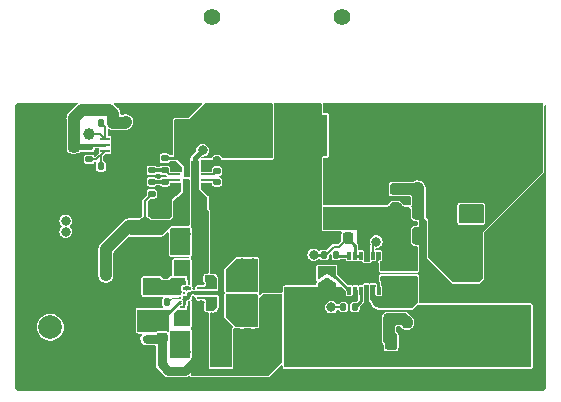
<source format=gtl>
G04 #@! TF.GenerationSoftware,KiCad,Pcbnew,7.0.5-0*
G04 #@! TF.CreationDate,2023-09-26T17:17:08-04:00*
G04 #@! TF.ProjectId,PowerPack,506f7765-7250-4616-936b-2e6b69636164,rev?*
G04 #@! TF.SameCoordinates,Original*
G04 #@! TF.FileFunction,Copper,L1,Top*
G04 #@! TF.FilePolarity,Positive*
%FSLAX46Y46*%
G04 Gerber Fmt 4.6, Leading zero omitted, Abs format (unit mm)*
G04 Created by KiCad (PCBNEW 7.0.5-0) date 2023-09-26 17:17:08*
%MOMM*%
%LPD*%
G01*
G04 APERTURE LIST*
G04 Aperture macros list*
%AMRoundRect*
0 Rectangle with rounded corners*
0 $1 Rounding radius*
0 $2 $3 $4 $5 $6 $7 $8 $9 X,Y pos of 4 corners*
0 Add a 4 corners polygon primitive as box body*
4,1,4,$2,$3,$4,$5,$6,$7,$8,$9,$2,$3,0*
0 Add four circle primitives for the rounded corners*
1,1,$1+$1,$2,$3*
1,1,$1+$1,$4,$5*
1,1,$1+$1,$6,$7*
1,1,$1+$1,$8,$9*
0 Add four rect primitives between the rounded corners*
20,1,$1+$1,$2,$3,$4,$5,0*
20,1,$1+$1,$4,$5,$6,$7,0*
20,1,$1+$1,$6,$7,$8,$9,0*
20,1,$1+$1,$8,$9,$2,$3,0*%
%AMFreePoly0*
4,1,6,1.000000,0.000000,0.500000,-0.750000,-0.500000,-0.750000,-0.500000,0.750000,0.500000,0.750000,1.000000,0.000000,1.000000,0.000000,$1*%
%AMFreePoly1*
4,1,6,0.500000,-0.750000,-0.650000,-0.750000,-0.150000,0.000000,-0.650000,0.750000,0.500000,0.750000,0.500000,-0.750000,0.500000,-0.750000,$1*%
G04 Aperture macros list end*
G04 #@! TA.AperFunction,SMDPad,CuDef*
%ADD10RoundRect,0.225000X0.225000X0.250000X-0.225000X0.250000X-0.225000X-0.250000X0.225000X-0.250000X0*%
G04 #@! TD*
G04 #@! TA.AperFunction,SMDPad,CuDef*
%ADD11RoundRect,0.250000X-0.250000X-0.475000X0.250000X-0.475000X0.250000X0.475000X-0.250000X0.475000X0*%
G04 #@! TD*
G04 #@! TA.AperFunction,SMDPad,CuDef*
%ADD12RoundRect,0.135000X0.185000X-0.135000X0.185000X0.135000X-0.185000X0.135000X-0.185000X-0.135000X0*%
G04 #@! TD*
G04 #@! TA.AperFunction,SMDPad,CuDef*
%ADD13RoundRect,0.250001X0.849999X-0.462499X0.849999X0.462499X-0.849999X0.462499X-0.849999X-0.462499X0*%
G04 #@! TD*
G04 #@! TA.AperFunction,SMDPad,CuDef*
%ADD14RoundRect,0.135000X0.135000X0.185000X-0.135000X0.185000X-0.135000X-0.185000X0.135000X-0.185000X0*%
G04 #@! TD*
G04 #@! TA.AperFunction,SMDPad,CuDef*
%ADD15RoundRect,0.225000X-0.250000X0.225000X-0.250000X-0.225000X0.250000X-0.225000X0.250000X0.225000X0*%
G04 #@! TD*
G04 #@! TA.AperFunction,SMDPad,CuDef*
%ADD16RoundRect,0.225000X-0.225000X-0.250000X0.225000X-0.250000X0.225000X0.250000X-0.225000X0.250000X0*%
G04 #@! TD*
G04 #@! TA.AperFunction,SMDPad,CuDef*
%ADD17RoundRect,0.135000X-0.185000X0.135000X-0.185000X-0.135000X0.185000X-0.135000X0.185000X0.135000X0*%
G04 #@! TD*
G04 #@! TA.AperFunction,SMDPad,CuDef*
%ADD18RoundRect,0.250001X1.074999X-0.462499X1.074999X0.462499X-1.074999X0.462499X-1.074999X-0.462499X0*%
G04 #@! TD*
G04 #@! TA.AperFunction,SMDPad,CuDef*
%ADD19RoundRect,0.250000X-0.262500X-0.450000X0.262500X-0.450000X0.262500X0.450000X-0.262500X0.450000X0*%
G04 #@! TD*
G04 #@! TA.AperFunction,SMDPad,CuDef*
%ADD20RoundRect,0.225000X0.250000X-0.225000X0.250000X0.225000X-0.250000X0.225000X-0.250000X-0.225000X0*%
G04 #@! TD*
G04 #@! TA.AperFunction,SMDPad,CuDef*
%ADD21RoundRect,0.140000X0.140000X0.170000X-0.140000X0.170000X-0.140000X-0.170000X0.140000X-0.170000X0*%
G04 #@! TD*
G04 #@! TA.AperFunction,SMDPad,CuDef*
%ADD22C,0.254000*%
G04 #@! TD*
G04 #@! TA.AperFunction,ComponentPad*
%ADD23C,2.000000*%
G04 #@! TD*
G04 #@! TA.AperFunction,SMDPad,CuDef*
%ADD24RoundRect,0.135000X-0.135000X-0.185000X0.135000X-0.185000X0.135000X0.185000X-0.135000X0.185000X0*%
G04 #@! TD*
G04 #@! TA.AperFunction,SMDPad,CuDef*
%ADD25RoundRect,0.250001X-0.462499X-1.074999X0.462499X-1.074999X0.462499X1.074999X-0.462499X1.074999X0*%
G04 #@! TD*
G04 #@! TA.AperFunction,SMDPad,CuDef*
%ADD26RoundRect,0.140000X0.170000X-0.140000X0.170000X0.140000X-0.170000X0.140000X-0.170000X-0.140000X0*%
G04 #@! TD*
G04 #@! TA.AperFunction,SMDPad,CuDef*
%ADD27RoundRect,0.250001X-0.849999X0.462499X-0.849999X-0.462499X0.849999X-0.462499X0.849999X0.462499X0*%
G04 #@! TD*
G04 #@! TA.AperFunction,SMDPad,CuDef*
%ADD28R,0.300000X0.650000*%
G04 #@! TD*
G04 #@! TA.AperFunction,ComponentPad*
%ADD29C,0.600000*%
G04 #@! TD*
G04 #@! TA.AperFunction,SMDPad,CuDef*
%ADD30R,2.500000X1.700000*%
G04 #@! TD*
G04 #@! TA.AperFunction,SMDPad,CuDef*
%ADD31RoundRect,0.062500X-0.325000X-0.062500X0.325000X-0.062500X0.325000X0.062500X-0.325000X0.062500X0*%
G04 #@! TD*
G04 #@! TA.AperFunction,SMDPad,CuDef*
%ADD32RoundRect,0.250000X-0.250000X-0.400000X0.250000X-0.400000X0.250000X0.400000X-0.250000X0.400000X0*%
G04 #@! TD*
G04 #@! TA.AperFunction,SMDPad,CuDef*
%ADD33RoundRect,0.250000X-0.475000X0.250000X-0.475000X-0.250000X0.475000X-0.250000X0.475000X0.250000X0*%
G04 #@! TD*
G04 #@! TA.AperFunction,SMDPad,CuDef*
%ADD34R,0.399999X1.050000*%
G04 #@! TD*
G04 #@! TA.AperFunction,SMDPad,CuDef*
%ADD35R,0.599999X0.200000*%
G04 #@! TD*
G04 #@! TA.AperFunction,ComponentPad*
%ADD36C,1.400000*%
G04 #@! TD*
G04 #@! TA.AperFunction,ComponentPad*
%ADD37R,3.500000X3.500000*%
G04 #@! TD*
G04 #@! TA.AperFunction,ComponentPad*
%ADD38C,3.500000*%
G04 #@! TD*
G04 #@! TA.AperFunction,SMDPad,CuDef*
%ADD39FreePoly0,90.000000*%
G04 #@! TD*
G04 #@! TA.AperFunction,SMDPad,CuDef*
%ADD40FreePoly1,90.000000*%
G04 #@! TD*
G04 #@! TA.AperFunction,SMDPad,CuDef*
%ADD41RoundRect,0.250000X0.450000X-0.262500X0.450000X0.262500X-0.450000X0.262500X-0.450000X-0.262500X0*%
G04 #@! TD*
G04 #@! TA.AperFunction,ViaPad*
%ADD42C,1.000000*%
G04 #@! TD*
G04 #@! TA.AperFunction,ViaPad*
%ADD43C,0.800000*%
G04 #@! TD*
G04 #@! TA.AperFunction,ViaPad*
%ADD44C,0.450000*%
G04 #@! TD*
G04 #@! TA.AperFunction,ViaPad*
%ADD45C,0.406400*%
G04 #@! TD*
G04 #@! TA.AperFunction,Conductor*
%ADD46C,0.250000*%
G04 #@! TD*
G04 #@! TA.AperFunction,Conductor*
%ADD47C,1.000000*%
G04 #@! TD*
G04 #@! TA.AperFunction,Conductor*
%ADD48C,0.150000*%
G04 #@! TD*
G04 #@! TA.AperFunction,Conductor*
%ADD49C,0.200000*%
G04 #@! TD*
G04 #@! TA.AperFunction,Conductor*
%ADD50C,0.400000*%
G04 #@! TD*
G04 #@! TA.AperFunction,Conductor*
%ADD51C,0.500000*%
G04 #@! TD*
G04 #@! TA.AperFunction,Conductor*
%ADD52C,0.800000*%
G04 #@! TD*
G04 #@! TA.AperFunction,Conductor*
%ADD53C,0.100000*%
G04 #@! TD*
G04 #@! TA.AperFunction,Conductor*
%ADD54C,0.300000*%
G04 #@! TD*
G04 APERTURE END LIST*
D10*
X110375000Y-54200000D03*
X108825000Y-54200000D03*
D11*
X112000000Y-72200000D03*
X113900000Y-72200000D03*
X112000000Y-70100000D03*
X113900000Y-70100000D03*
X128550000Y-62050000D03*
X130450000Y-62050000D03*
D12*
X107900000Y-56510000D03*
X107900000Y-55490000D03*
D11*
X112000000Y-63700000D03*
X113900000Y-63700000D03*
D13*
X129100000Y-66412500D03*
X129100000Y-64087500D03*
D14*
X123510000Y-63675000D03*
X122490000Y-63675000D03*
X104610000Y-52475000D03*
X103590000Y-52475000D03*
D15*
X101300000Y-54500000D03*
X101300000Y-56050000D03*
D16*
X111925000Y-59800000D03*
X113475000Y-59800000D03*
D17*
X109000000Y-55490000D03*
X109000000Y-56510000D03*
D18*
X126100000Y-60462500D03*
X126100000Y-57487500D03*
D12*
X107900000Y-58510000D03*
X107900000Y-57490000D03*
D19*
X118087500Y-68200000D03*
X119912500Y-68200000D03*
D20*
X110350000Y-70675000D03*
X110350000Y-69125000D03*
D21*
X125080000Y-68100000D03*
X124120000Y-68100000D03*
D22*
X110250000Y-66100000D03*
X110650000Y-66100000D03*
X111050000Y-66100000D03*
X111450000Y-66100000D03*
X111850000Y-66100000D03*
X112250000Y-66100000D03*
X112650000Y-66100000D03*
X110250000Y-66500000D03*
X110650000Y-66500000D03*
X111050000Y-66500000D03*
X111450000Y-66500000D03*
X111850000Y-66500000D03*
X112250000Y-66500000D03*
X112650000Y-66500000D03*
X110250000Y-66900000D03*
X110650000Y-66900000D03*
X111050000Y-66900000D03*
X111450000Y-66900000D03*
X111850000Y-66900000D03*
X112250000Y-66900000D03*
X112650000Y-66900000D03*
X110250000Y-67300000D03*
X110650000Y-67300000D03*
X111050000Y-67300000D03*
X111450000Y-67300000D03*
X111850000Y-67300000D03*
X112250000Y-67300000D03*
X112650000Y-67300000D03*
X110250000Y-67700000D03*
X110650000Y-67700000D03*
X111050000Y-67700000D03*
X111450000Y-67700000D03*
X111850000Y-67700000D03*
X112250000Y-67700000D03*
X112650000Y-67700000D03*
D17*
X102600000Y-54565000D03*
X102600000Y-55585000D03*
D23*
X138500000Y-70750000D03*
D10*
X124475000Y-62275000D03*
X122925000Y-62275000D03*
D16*
X126425000Y-69100000D03*
X127975000Y-69100000D03*
D23*
X132750000Y-52750000D03*
D24*
X103590000Y-56175000D03*
X104610000Y-56175000D03*
D17*
X113400000Y-57490000D03*
X113400000Y-58510000D03*
D25*
X117212500Y-71500000D03*
X120187500Y-71500000D03*
D11*
X128550000Y-59950000D03*
X130450000Y-59950000D03*
D26*
X109050000Y-66360000D03*
X109050000Y-65400000D03*
D12*
X107450000Y-70810000D03*
X107450000Y-69790000D03*
D11*
X112000000Y-61600000D03*
X113900000Y-61600000D03*
D27*
X115450000Y-65737500D03*
X115450000Y-68062500D03*
D20*
X107750000Y-66275000D03*
X107750000Y-64725000D03*
X110350000Y-64675000D03*
X110350000Y-63125000D03*
D28*
X124610000Y-66697500D03*
X125110000Y-66697500D03*
X125610000Y-66697500D03*
X126110000Y-66697500D03*
X126610000Y-66697500D03*
X127110000Y-66697500D03*
X127110000Y-63747500D03*
X126610000Y-63747500D03*
X126110000Y-63747500D03*
X125610000Y-63747500D03*
X125110000Y-63747500D03*
X124610000Y-63747500D03*
D29*
X124910000Y-65722500D03*
X125860000Y-65722500D03*
X126810000Y-65722500D03*
D30*
X125860000Y-65222500D03*
D29*
X124910000Y-64722500D03*
X125860000Y-64722500D03*
X126810000Y-64722500D03*
D31*
X103937500Y-53850000D03*
X103937500Y-54350000D03*
X103937500Y-54850000D03*
D32*
X105100000Y-54350000D03*
D33*
X128800000Y-56200000D03*
X128800000Y-58100000D03*
D34*
X111524998Y-56425000D03*
X110824999Y-56425000D03*
D35*
X110050000Y-56349999D03*
X110050000Y-56850000D03*
X110050000Y-57350000D03*
X110050000Y-57850001D03*
D34*
X110824999Y-57775000D03*
X111524998Y-57775000D03*
D35*
X112349998Y-57850001D03*
X112349998Y-57350000D03*
X112349998Y-56850000D03*
X112349998Y-56349999D03*
D10*
X110375000Y-59800000D03*
X108825000Y-59800000D03*
D26*
X113400000Y-56580000D03*
X113400000Y-55620000D03*
D17*
X109000000Y-57490000D03*
X109000000Y-58510000D03*
D24*
X108140000Y-67700000D03*
X109160000Y-67700000D03*
D20*
X108750000Y-70675000D03*
X108750000Y-69125000D03*
D36*
X113000000Y-43575000D03*
X124000000Y-43575000D03*
D37*
X121000000Y-53575000D03*
D38*
X116000000Y-53575000D03*
D12*
X107150000Y-68710000D03*
X107150000Y-67690000D03*
D39*
X122700000Y-66600000D03*
D40*
X122700000Y-65150000D03*
D11*
X126250000Y-71000000D03*
X128150000Y-71000000D03*
D23*
X98200000Y-53000000D03*
X99300000Y-69800000D03*
D41*
X123400000Y-60675000D03*
X123400000Y-58850000D03*
D42*
X135500000Y-60000000D03*
D43*
X129500000Y-69400000D03*
X130400000Y-58000000D03*
D42*
X134400000Y-60000000D03*
D43*
X104000000Y-64500000D03*
X104000000Y-65400000D03*
X105700000Y-52400000D03*
X112190828Y-54824535D03*
X109850000Y-61900000D03*
X115550000Y-64400000D03*
D44*
X113150000Y-66300000D03*
D43*
X116450000Y-64400000D03*
D44*
X113100000Y-65600000D03*
D43*
X110750000Y-61900000D03*
D44*
X113150000Y-67500000D03*
D43*
X116450000Y-69400000D03*
D44*
X113100000Y-68200000D03*
D43*
X115550000Y-69400000D03*
X109850000Y-71900000D03*
X110750000Y-71900000D03*
X132500000Y-72000000D03*
X135000000Y-69500000D03*
X135000000Y-70750000D03*
X133750000Y-72000000D03*
X133750000Y-70750000D03*
X135000000Y-72000000D03*
X133750000Y-69500000D03*
X136250000Y-70750000D03*
X136250000Y-72000000D03*
X132500000Y-69500000D03*
X132500000Y-70750000D03*
X136250000Y-69500000D03*
X127000000Y-67700000D03*
X123100000Y-68100000D03*
X126900000Y-62550000D03*
X121600000Y-63675000D03*
X123300000Y-57400000D03*
X138500000Y-55500000D03*
X100600000Y-61700000D03*
X123300000Y-56500000D03*
X134750000Y-54250000D03*
X100600000Y-60800000D03*
X138500000Y-54250000D03*
X136000000Y-54250000D03*
X137250000Y-55500000D03*
X136000000Y-56750000D03*
X138500000Y-56750000D03*
X137250000Y-54250000D03*
X136000000Y-55500000D03*
X134750000Y-56750000D03*
X134750000Y-55500000D03*
X137250000Y-56750000D03*
D42*
X102600000Y-53400000D03*
D45*
X110850000Y-66500000D03*
D46*
X109910000Y-55490000D02*
X110100000Y-55300000D01*
X109000000Y-55490000D02*
X109910000Y-55490000D01*
D47*
X130300000Y-58100000D02*
X130400000Y-58000000D01*
D48*
X127110000Y-66697500D02*
X127110000Y-66022500D01*
D47*
X129200000Y-69100000D02*
X129500000Y-69400000D01*
X127975000Y-70825000D02*
X128150000Y-71000000D01*
X130450000Y-58050000D02*
X130400000Y-58000000D01*
D48*
X127110000Y-66022500D02*
X126810000Y-65722500D01*
D47*
X130450000Y-59950000D02*
X130450000Y-58050000D01*
X127975000Y-69100000D02*
X127975000Y-70825000D01*
X128800000Y-58100000D02*
X130300000Y-58100000D01*
X127975000Y-69100000D02*
X129200000Y-69100000D01*
D49*
X107333812Y-60966188D02*
X107333812Y-59076188D01*
D47*
X104000000Y-64500000D02*
X104000000Y-65400000D01*
D48*
X110375000Y-59800000D02*
X110375000Y-60125000D01*
D47*
X104000000Y-63200000D02*
X104000000Y-64500000D01*
X107333812Y-60966188D02*
X107100000Y-61200000D01*
X107100000Y-61200000D02*
X106000000Y-61200000D01*
D49*
X107333812Y-59076188D02*
X107900000Y-58510000D01*
D47*
X106000000Y-61200000D02*
X104000000Y-63200000D01*
X104610000Y-51710000D02*
X104300000Y-51400000D01*
X104610000Y-52475000D02*
X105625000Y-52475000D01*
D50*
X112190828Y-54824535D02*
X111524998Y-55490365D01*
X111524998Y-55490365D02*
X111524998Y-56425000D01*
D46*
X101365000Y-54565000D02*
X101300000Y-54500000D01*
D47*
X105625000Y-52475000D02*
X105700000Y-52400000D01*
X104300000Y-51400000D02*
X102000000Y-51400000D01*
D46*
X103937500Y-54350000D02*
X102815000Y-54350000D01*
X102815000Y-54350000D02*
X102600000Y-54565000D01*
D51*
X102600000Y-54565000D02*
X101365000Y-54565000D01*
D47*
X104610000Y-52475000D02*
X104610000Y-51710000D01*
X101300000Y-52100000D02*
X101300000Y-54500000D01*
X102000000Y-51400000D02*
X101300000Y-52100000D01*
D48*
X112349998Y-56850000D02*
X113130000Y-56850000D01*
X113130000Y-56850000D02*
X113400000Y-56580000D01*
D52*
X110700000Y-73500000D02*
X112000000Y-72200000D01*
X108750000Y-70675000D02*
X108625000Y-70800000D01*
X108625000Y-70800000D02*
X107460000Y-70800000D01*
X109300000Y-73500000D02*
X110700000Y-73500000D01*
X108750000Y-72950000D02*
X109300000Y-73500000D01*
X107460000Y-70800000D02*
X107450000Y-70810000D01*
X108750000Y-70675000D02*
X108750000Y-72950000D01*
D53*
X108750000Y-69125000D02*
X108825000Y-69125000D01*
D46*
X123425000Y-66600000D02*
X122700000Y-66600000D01*
X125610000Y-66697500D02*
X125610000Y-67570000D01*
X125610000Y-67570000D02*
X125080000Y-68100000D01*
D49*
X124120000Y-68100000D02*
X123100000Y-68100000D01*
D46*
X125110000Y-62910000D02*
X125110000Y-63747500D01*
D49*
X123300000Y-62975000D02*
X123775000Y-62975000D01*
D46*
X125610000Y-63747500D02*
X125110000Y-63747500D01*
D49*
X122600000Y-63675000D02*
X123300000Y-62975000D01*
X123775000Y-62975000D02*
X124475000Y-62275000D01*
D48*
X126610000Y-62840000D02*
X126900000Y-62550000D01*
X126610000Y-63747500D02*
X126610000Y-62840000D01*
D46*
X121600000Y-63675000D02*
X122465000Y-63675000D01*
D49*
X122490000Y-63675000D02*
X122600000Y-63675000D01*
D46*
X124475000Y-62275000D02*
X125110000Y-62910000D01*
X123062500Y-65150000D02*
X122700000Y-65150000D01*
X124610000Y-66697500D02*
X123062500Y-65150000D01*
D48*
X112349998Y-57350000D02*
X113260000Y-57350000D01*
X113260000Y-57350000D02*
X113400000Y-57490000D01*
X110050000Y-57350000D02*
X109140000Y-57350000D01*
X109140000Y-57350000D02*
X109000000Y-57490000D01*
D54*
X107900000Y-57490000D02*
X109000000Y-57490000D01*
D48*
X102600000Y-55585000D02*
X103202500Y-55585000D01*
X103202500Y-55585000D02*
X103937500Y-54850000D01*
X103590000Y-55197500D02*
X103590000Y-56175000D01*
X103937500Y-54850000D02*
X103590000Y-55197500D01*
D49*
X103487500Y-53400000D02*
X103937500Y-53850000D01*
X102600000Y-53400000D02*
X103487500Y-53400000D01*
D48*
X103937500Y-52822500D02*
X103590000Y-52475000D01*
X103937500Y-53850000D02*
X103937500Y-52822500D01*
D54*
X107900000Y-56510000D02*
X109000000Y-56510000D01*
D48*
X109340000Y-56850000D02*
X109000000Y-56510000D01*
X110050000Y-56850000D02*
X109340000Y-56850000D01*
D53*
X109160000Y-67700000D02*
X109560000Y-67300000D01*
X109560000Y-67300000D02*
X110250000Y-67300000D01*
D46*
X124610000Y-63747500D02*
X123582500Y-63747500D01*
X123582500Y-63747500D02*
X123510000Y-63675000D01*
G04 #@! TA.AperFunction,Conductor*
G36*
X127700000Y-61550000D02*
G01*
X122464000Y-61550000D01*
X122418745Y-61531255D01*
X122400000Y-61486000D01*
X122400000Y-59649500D01*
X122418745Y-59604245D01*
X122464000Y-59585500D01*
X127700000Y-59585500D01*
X127700000Y-61550000D01*
G37*
G04 #@! TD.AperFunction*
G04 #@! TA.AperFunction,Conductor*
G36*
X108608867Y-65618745D02*
G01*
X108620559Y-65640639D01*
X108622782Y-65639719D01*
X108625194Y-65645543D01*
X108625195Y-65645544D01*
X108684981Y-65735019D01*
X108774456Y-65794805D01*
X108819673Y-65803799D01*
X108853357Y-65810500D01*
X108853360Y-65810500D01*
X109246643Y-65810500D01*
X109272863Y-65805283D01*
X109325544Y-65794805D01*
X109415019Y-65735019D01*
X109474805Y-65645544D01*
X109474805Y-65645542D01*
X109477218Y-65639719D01*
X109480579Y-65641111D01*
X109500791Y-65610813D01*
X109536388Y-65600000D01*
X109688611Y-65600000D01*
X109713103Y-65604872D01*
X109762140Y-65625184D01*
X109762144Y-65625185D01*
X109762147Y-65625186D01*
X109782888Y-65629311D01*
X109813997Y-65635500D01*
X109814000Y-65635500D01*
X110676975Y-65635500D01*
X110722230Y-65654245D01*
X110740332Y-65690449D01*
X110793812Y-66064825D01*
X110793226Y-66086356D01*
X110790514Y-66099997D01*
X110790514Y-66100000D01*
X110792144Y-66108197D01*
X110782586Y-66156239D01*
X110751263Y-66180820D01*
X110680580Y-66206546D01*
X110675731Y-66209347D01*
X110674242Y-66206768D01*
X110637224Y-66218407D01*
X110630371Y-66217426D01*
X110594966Y-66210385D01*
X110594970Y-66210385D01*
X110568539Y-66207783D01*
X110568538Y-66207783D01*
X110543568Y-66207783D01*
X110543535Y-66207783D01*
X110541157Y-66207804D01*
X110541150Y-66207805D01*
X110468292Y-66230616D01*
X110427555Y-66257835D01*
X110405330Y-66276409D01*
X110369944Y-66344058D01*
X110369942Y-66344063D01*
X110360386Y-66392101D01*
X110360386Y-66444975D01*
X110368847Y-66487513D01*
X110368848Y-66512482D01*
X110360385Y-66555030D01*
X110357783Y-66581459D01*
X110357783Y-66606463D01*
X110357804Y-66608843D01*
X110357806Y-66608853D01*
X110380616Y-66681707D01*
X110380617Y-66681710D01*
X110407830Y-66722436D01*
X110408858Y-66723809D01*
X110408217Y-66724288D01*
X110422157Y-66768815D01*
X110411627Y-66798662D01*
X110410265Y-66800699D01*
X110410264Y-66800702D01*
X110390514Y-66899998D01*
X110390514Y-66900002D01*
X110406716Y-66981461D01*
X110397160Y-67029503D01*
X110356431Y-67056716D01*
X110331461Y-67056716D01*
X110250002Y-67040514D01*
X110249998Y-67040514D01*
X110150702Y-67060264D01*
X110150699Y-67060265D01*
X110107376Y-67089214D01*
X110071819Y-67100000D01*
X107214000Y-67100000D01*
X107168745Y-67081255D01*
X107150000Y-67036000D01*
X107150000Y-65664000D01*
X107168745Y-65618745D01*
X107214000Y-65600000D01*
X108563612Y-65600000D01*
X108608867Y-65618745D01*
G37*
G04 #@! TD.AperFunction*
G04 #@! TA.AperFunction,Conductor*
G36*
X113431255Y-67218745D02*
G01*
X113450000Y-67264000D01*
X113450000Y-68073490D01*
X113431255Y-68118745D01*
X113168745Y-68381255D01*
X113123490Y-68400000D01*
X112514000Y-68400000D01*
X112468745Y-68381255D01*
X112450000Y-68336000D01*
X112450000Y-67878180D01*
X112460787Y-67842623D01*
X112489732Y-67799304D01*
X112489732Y-67799303D01*
X112489734Y-67799301D01*
X112509486Y-67700000D01*
X112489734Y-67600699D01*
X112483498Y-67591367D01*
X112460786Y-67557374D01*
X112450000Y-67521818D01*
X112450000Y-67500000D01*
X112350000Y-67400000D01*
X111814000Y-67400000D01*
X111768745Y-67381255D01*
X111750000Y-67336000D01*
X111750000Y-67264000D01*
X111768745Y-67218745D01*
X111814000Y-67200000D01*
X113386000Y-67200000D01*
X113431255Y-67218745D01*
G37*
G04 #@! TD.AperFunction*
G04 #@! TA.AperFunction,Conductor*
G36*
X111131255Y-64118745D02*
G01*
X111150000Y-64164000D01*
X111150000Y-66136000D01*
X111131255Y-66181255D01*
X111086000Y-66200000D01*
X111012715Y-66200000D01*
X110990823Y-66196139D01*
X110983219Y-66193371D01*
X110947106Y-66160277D01*
X110941755Y-66142287D01*
X110850000Y-65500000D01*
X109814000Y-65500000D01*
X109768745Y-65481255D01*
X109750000Y-65436000D01*
X109750000Y-64164000D01*
X109768745Y-64118745D01*
X109814000Y-64100000D01*
X111086000Y-64100000D01*
X111131255Y-64118745D01*
G37*
G04 #@! TD.AperFunction*
G04 #@! TA.AperFunction,Conductor*
G36*
X110379503Y-67552839D02*
G01*
X110406716Y-67593567D01*
X110406716Y-67618538D01*
X110390514Y-67699997D01*
X110390514Y-67700002D01*
X110410299Y-67799474D01*
X110400743Y-67847516D01*
X110392786Y-67857212D01*
X110368747Y-67881253D01*
X110323493Y-67900000D01*
X110249999Y-67900000D01*
X109350000Y-68799999D01*
X109350000Y-70038611D01*
X109345128Y-70063103D01*
X109324815Y-70112140D01*
X109324814Y-70112146D01*
X109321641Y-70128096D01*
X109294426Y-70168823D01*
X109246383Y-70178378D01*
X109213616Y-70160863D01*
X109209429Y-70156676D01*
X109102837Y-70104565D01*
X109033744Y-70094500D01*
X109033742Y-70094500D01*
X108466258Y-70094500D01*
X108466256Y-70094500D01*
X108397162Y-70104565D01*
X108290570Y-70156676D01*
X108265992Y-70181255D01*
X108220737Y-70200000D01*
X106714000Y-70200000D01*
X106668745Y-70181255D01*
X106650000Y-70136000D01*
X106650000Y-68364000D01*
X106668745Y-68318745D01*
X106714000Y-68300000D01*
X109449999Y-68300000D01*
X109450000Y-68300000D01*
X110176196Y-67573803D01*
X110221448Y-67555060D01*
X110233929Y-67556289D01*
X110250000Y-67559486D01*
X110250001Y-67559486D01*
X110331460Y-67543283D01*
X110379503Y-67552839D01*
G37*
G04 #@! TD.AperFunction*
G04 #@! TA.AperFunction,Conductor*
G36*
X130381255Y-65468745D02*
G01*
X130400000Y-65514000D01*
X130400000Y-67721553D01*
X130381255Y-67766808D01*
X130360492Y-67780681D01*
X130329404Y-67793558D01*
X130329396Y-67793562D01*
X130285442Y-67822931D01*
X129977119Y-68131255D01*
X129931864Y-68150000D01*
X127068135Y-68150000D01*
X127022881Y-68131255D01*
X127021048Y-68129422D01*
X127021035Y-68129410D01*
X127021028Y-68129403D01*
X127012743Y-68121782D01*
X127012742Y-68121782D01*
X126942921Y-68090894D01*
X126942919Y-68090893D01*
X126942918Y-68090893D01*
X126942916Y-68090892D01*
X126905238Y-68085932D01*
X126889101Y-68081608D01*
X126808579Y-68048255D01*
X126794110Y-68039902D01*
X126738238Y-67997030D01*
X126724965Y-67986845D01*
X126713152Y-67975032D01*
X126691691Y-67947064D01*
X126660095Y-67905886D01*
X126651743Y-67891419D01*
X126627408Y-67832670D01*
X126618388Y-67810894D01*
X126614065Y-67794757D01*
X126610081Y-67764500D01*
X126609104Y-67757076D01*
X126607166Y-67745960D01*
X126570576Y-67678950D01*
X126418745Y-67527118D01*
X126400000Y-67481864D01*
X126400000Y-66266999D01*
X126418745Y-66221744D01*
X126463999Y-66202999D01*
X126796570Y-66202999D01*
X126841825Y-66221744D01*
X126860570Y-66266999D01*
X126849784Y-66302553D01*
X126846518Y-66307443D01*
X126837069Y-66321583D01*
X126837069Y-66321584D01*
X126829500Y-66359641D01*
X126829500Y-67035352D01*
X126837071Y-67073420D01*
X126865914Y-67116586D01*
X126865915Y-67116587D01*
X126887497Y-67131007D01*
X126909081Y-67145429D01*
X126909082Y-67145429D01*
X126909084Y-67145430D01*
X126947140Y-67152999D01*
X126947145Y-67153000D01*
X127272854Y-67152999D01*
X127310919Y-67145429D01*
X127354086Y-67116586D01*
X127382929Y-67073419D01*
X127390500Y-67035355D01*
X127390499Y-66359646D01*
X127382929Y-66321581D01*
X127354086Y-66278414D01*
X127343941Y-66271635D01*
X127316729Y-66230908D01*
X127315499Y-66218430D01*
X127315499Y-66068288D01*
X127319091Y-66047150D01*
X127319459Y-66046100D01*
X127315701Y-66012745D01*
X127315500Y-66009159D01*
X127315500Y-65999346D01*
X127315499Y-65999342D01*
X127313314Y-65989769D01*
X127312712Y-65986227D01*
X127308956Y-65952882D01*
X127308366Y-65951943D01*
X127300158Y-65932128D01*
X127299911Y-65931044D01*
X127299910Y-65931043D01*
X127299910Y-65931042D01*
X127299909Y-65931041D01*
X127278977Y-65904794D01*
X127276903Y-65901871D01*
X127271683Y-65893563D01*
X127264731Y-65886611D01*
X127262354Y-65883951D01*
X127254457Y-65874048D01*
X127240499Y-65834150D01*
X127240499Y-65757867D01*
X127241151Y-65748756D01*
X127244927Y-65722500D01*
X127244927Y-65722498D01*
X127241151Y-65696241D01*
X127240499Y-65687131D01*
X127240499Y-65514000D01*
X127259244Y-65468745D01*
X127304499Y-65450000D01*
X130336000Y-65450000D01*
X130381255Y-65468745D01*
G37*
G04 #@! TD.AperFunction*
G04 #@! TA.AperFunction,Conductor*
G36*
X116831255Y-64018745D02*
G01*
X116850000Y-64064000D01*
X116850000Y-66736000D01*
X116831255Y-66781255D01*
X116786000Y-66800000D01*
X114214000Y-66800000D01*
X114168745Y-66781255D01*
X114150000Y-66736000D01*
X114150000Y-66735999D01*
X114150000Y-64926507D01*
X114168743Y-64881256D01*
X115031255Y-64018744D01*
X115076510Y-64000000D01*
X116786000Y-64000000D01*
X116831255Y-64018745D01*
G37*
G04 #@! TD.AperFunction*
G04 #@! TA.AperFunction,Conductor*
G36*
X110588491Y-57215387D02*
G01*
X110596194Y-57218578D01*
X110612144Y-57225185D01*
X110612145Y-57225185D01*
X110612147Y-57225186D01*
X110632634Y-57229261D01*
X110663997Y-57235500D01*
X111036000Y-57235500D01*
X111081255Y-57254245D01*
X111100000Y-57299500D01*
X111100000Y-60250000D01*
X109950000Y-60250000D01*
X109700000Y-60500000D01*
X109700000Y-59129040D01*
X109718745Y-59083785D01*
X109721839Y-59080890D01*
X110500000Y-58400000D01*
X110500000Y-57274516D01*
X110518745Y-57229261D01*
X110564000Y-57210516D01*
X110588491Y-57215387D01*
G37*
G04 #@! TD.AperFunction*
G04 #@! TA.AperFunction,Conductor*
G36*
X114699999Y-64158373D02*
G01*
X114208373Y-64650000D01*
X113950000Y-64650000D01*
X113950000Y-69150000D01*
X114208374Y-69150000D01*
X114700000Y-69641626D01*
X114700000Y-69858897D01*
X114693558Y-69866892D01*
X114674815Y-69912140D01*
X114674813Y-69912149D01*
X114664500Y-69963997D01*
X114664500Y-73100000D01*
X112950000Y-73100000D01*
X112950000Y-68535500D01*
X112960035Y-68535500D01*
X112983835Y-68541214D01*
X112983984Y-68540758D01*
X112988773Y-68542314D01*
X112988775Y-68542315D01*
X113100000Y-68559931D01*
X113211225Y-68542315D01*
X113243757Y-68525738D01*
X113311556Y-68491194D01*
X113311557Y-68491192D01*
X113311562Y-68491190D01*
X113391190Y-68411562D01*
X113391192Y-68411557D01*
X113391194Y-68411556D01*
X113442314Y-68311227D01*
X113443299Y-68308195D01*
X113458914Y-68282711D01*
X113527066Y-68214560D01*
X113527067Y-68214559D01*
X113541099Y-68193559D01*
X113556441Y-68170598D01*
X113575186Y-68125343D01*
X113585500Y-68073490D01*
X113585500Y-67264000D01*
X113585500Y-67263997D01*
X113579311Y-67232888D01*
X113575186Y-67212147D01*
X113556441Y-67166892D01*
X113542557Y-67141466D01*
X113532186Y-67133108D01*
X113483107Y-67093558D01*
X113437859Y-67074815D01*
X113437850Y-67074813D01*
X113386003Y-67064500D01*
X113386000Y-67064500D01*
X112772254Y-67064500D01*
X112755547Y-67061176D01*
X112755484Y-67061495D01*
X112650002Y-67040514D01*
X112649998Y-67040514D01*
X112544516Y-67061495D01*
X112544452Y-67061176D01*
X112527746Y-67064500D01*
X112372254Y-67064500D01*
X112355547Y-67061176D01*
X112355484Y-67061495D01*
X112250002Y-67040514D01*
X112249998Y-67040514D01*
X112144516Y-67061495D01*
X112144452Y-67061176D01*
X112127746Y-67064500D01*
X111972254Y-67064500D01*
X111955547Y-67061176D01*
X111955484Y-67061495D01*
X111850002Y-67040514D01*
X111849998Y-67040514D01*
X111750702Y-67060264D01*
X111750699Y-67060265D01*
X111685557Y-67103793D01*
X111637515Y-67113349D01*
X111614443Y-67103793D01*
X111549302Y-67060266D01*
X111543483Y-67057856D01*
X111543703Y-67057323D01*
X111537740Y-67055157D01*
X111506678Y-67038554D01*
X111506671Y-67038551D01*
X111469230Y-67025155D01*
X111469220Y-67025153D01*
X111431698Y-67017690D01*
X111431670Y-67017685D01*
X111431664Y-67017684D01*
X111425086Y-67016709D01*
X111425085Y-67016708D01*
X111425079Y-67016708D01*
X111405991Y-67014827D01*
X111402990Y-67014679D01*
X111399335Y-67014500D01*
X111354307Y-67014500D01*
X111349737Y-67014724D01*
X111347655Y-67014827D01*
X111331864Y-67016383D01*
X111331862Y-67016383D01*
X111269874Y-67038563D01*
X111269868Y-67038566D01*
X111229142Y-67065777D01*
X111229139Y-67065779D01*
X111206911Y-67084356D01*
X111171525Y-67152005D01*
X111171523Y-67152010D01*
X111161967Y-67200048D01*
X111161967Y-67252920D01*
X111168848Y-67287513D01*
X111168848Y-67312487D01*
X111164579Y-67333944D01*
X111155024Y-67357011D01*
X111133544Y-67389158D01*
X111133531Y-67389180D01*
X111123078Y-67408738D01*
X111085214Y-67439813D01*
X111054150Y-67441339D01*
X111050002Y-67440514D01*
X111049998Y-67440514D01*
X110950702Y-67460264D01*
X110950699Y-67460265D01*
X110866516Y-67516516D01*
X110810265Y-67600699D01*
X110810264Y-67600702D01*
X110790514Y-67699997D01*
X110790514Y-67700002D01*
X110793226Y-67713642D01*
X110793812Y-67735174D01*
X110781976Y-67818023D01*
X110700000Y-67900000D01*
X110521319Y-67900000D01*
X110533639Y-67873950D01*
X110543195Y-67825908D01*
X110543196Y-67773041D01*
X110531151Y-67712483D01*
X110531151Y-67687516D01*
X110539612Y-67644974D01*
X110539611Y-67644974D01*
X110539613Y-67644969D01*
X110542216Y-67618538D01*
X110542216Y-67593567D01*
X110542194Y-67591150D01*
X110519381Y-67518288D01*
X110519381Y-67518287D01*
X110505680Y-67497783D01*
X110492168Y-67477560D01*
X110492164Y-67477555D01*
X110491133Y-67476177D01*
X110491787Y-67475687D01*
X110477840Y-67431217D01*
X110488375Y-67401333D01*
X110489734Y-67399301D01*
X110491751Y-67389164D01*
X110509486Y-67300001D01*
X110509486Y-67299998D01*
X110493283Y-67218538D01*
X110502839Y-67170496D01*
X110543568Y-67143283D01*
X110568538Y-67143283D01*
X110649998Y-67159486D01*
X110650000Y-67159486D01*
X110650002Y-67159486D01*
X110749297Y-67139735D01*
X110749298Y-67139734D01*
X110749301Y-67139734D01*
X110833484Y-67083484D01*
X110889734Y-66999301D01*
X110896181Y-66966892D01*
X110909486Y-66900001D01*
X110909486Y-66899998D01*
X110907856Y-66891804D01*
X110917412Y-66843762D01*
X110948734Y-66819179D01*
X111019424Y-66793451D01*
X111019425Y-66793449D01*
X111024273Y-66790651D01*
X111025774Y-66793250D01*
X111062662Y-66781580D01*
X111069614Y-66782569D01*
X111105029Y-66789613D01*
X111128857Y-66791959D01*
X111131460Y-66792216D01*
X111131461Y-66792216D01*
X111156464Y-66792216D01*
X111158475Y-66792197D01*
X111158847Y-66792194D01*
X111231708Y-66769382D01*
X111247378Y-66758911D01*
X111295420Y-66749356D01*
X111312596Y-66755415D01*
X111319282Y-66758912D01*
X111341626Y-66770599D01*
X111389669Y-66780154D01*
X111442539Y-66780153D01*
X111469240Y-66774841D01*
X111506677Y-66761444D01*
X111537724Y-66744848D01*
X111543706Y-66742714D01*
X111543472Y-66742148D01*
X111549297Y-66739735D01*
X111549297Y-66739734D01*
X111549301Y-66739734D01*
X111599153Y-66706423D01*
X111647192Y-66696868D01*
X111667368Y-66704599D01*
X111670466Y-66706437D01*
X111670471Y-66706441D01*
X111670476Y-66706443D01*
X111715720Y-66725184D01*
X111715722Y-66725184D01*
X111715726Y-66725186D01*
X111720177Y-66726071D01*
X111722035Y-66726441D01*
X111745105Y-66735997D01*
X111750696Y-66739732D01*
X111750699Y-66739734D01*
X111750700Y-66739734D01*
X111750702Y-66739735D01*
X111849998Y-66759486D01*
X111850000Y-66759486D01*
X111850002Y-66759486D01*
X111955484Y-66738505D01*
X111955547Y-66738823D01*
X111972254Y-66735500D01*
X112127746Y-66735500D01*
X112144452Y-66738823D01*
X112144516Y-66738505D01*
X112249998Y-66759486D01*
X112250000Y-66759486D01*
X112250002Y-66759486D01*
X112355484Y-66738505D01*
X112355547Y-66738823D01*
X112372254Y-66735500D01*
X112527746Y-66735500D01*
X112544452Y-66738823D01*
X112544516Y-66738505D01*
X112649998Y-66759486D01*
X112650000Y-66759486D01*
X112650002Y-66759486D01*
X112755484Y-66738505D01*
X112755547Y-66738823D01*
X112772254Y-66735500D01*
X113336003Y-66735500D01*
X113369060Y-66728924D01*
X113387853Y-66725186D01*
X113433108Y-66706441D01*
X113458534Y-66692557D01*
X113506441Y-66633108D01*
X113525186Y-66587853D01*
X113535500Y-66536000D01*
X113535500Y-65726510D01*
X113535500Y-65726507D01*
X113525186Y-65674659D01*
X113525184Y-65674651D01*
X113509724Y-65637329D01*
X113506441Y-65629402D01*
X113477068Y-65585442D01*
X113468669Y-65577043D01*
X113450713Y-65541801D01*
X113442315Y-65488775D01*
X113442314Y-65488773D01*
X113442314Y-65488771D01*
X113391194Y-65388443D01*
X113391191Y-65388440D01*
X113391190Y-65388438D01*
X113311562Y-65308810D01*
X113311559Y-65308808D01*
X113311556Y-65308805D01*
X113211230Y-65257687D01*
X113211223Y-65257684D01*
X113100000Y-65240069D01*
X112988776Y-65257684D01*
X112983984Y-65259242D01*
X112983835Y-65258785D01*
X112960035Y-65264500D01*
X112950000Y-65264500D01*
X112950000Y-59900000D01*
X114700000Y-59900000D01*
X114699999Y-64158373D01*
G37*
G04 #@! TD.AperFunction*
G04 #@! TA.AperFunction,Conductor*
G36*
X139981255Y-67918745D02*
G01*
X140000000Y-67964000D01*
X140000000Y-73136000D01*
X139981255Y-73181255D01*
X139936000Y-73200000D01*
X126800000Y-73200000D01*
X126800000Y-69060096D01*
X127340743Y-69060096D01*
X127344437Y-69118810D01*
X127344500Y-69120820D01*
X127344499Y-70748324D01*
X127342960Y-70762274D01*
X127342309Y-70765184D01*
X127342308Y-70765197D01*
X127344484Y-70834392D01*
X127344500Y-70835397D01*
X127344500Y-70864674D01*
X127345555Y-70873029D01*
X127345791Y-70876031D01*
X127347312Y-70924407D01*
X127347312Y-70924412D01*
X127347313Y-70924416D01*
X127347314Y-70924419D01*
X127354286Y-70948419D01*
X127356322Y-70958249D01*
X127359455Y-70983047D01*
X127359456Y-70983049D01*
X127377273Y-71028052D01*
X127378250Y-71030904D01*
X127391757Y-71077392D01*
X127391759Y-71077397D01*
X127404478Y-71098905D01*
X127408895Y-71107920D01*
X127418097Y-71131161D01*
X127418099Y-71131164D01*
X127434680Y-71153985D01*
X127446550Y-71170322D01*
X127448200Y-71172835D01*
X127472844Y-71214505D01*
X127472849Y-71214511D01*
X127490522Y-71232184D01*
X127497043Y-71239820D01*
X127507276Y-71253904D01*
X127519500Y-71291523D01*
X127519500Y-71511110D01*
X127530274Y-71585066D01*
X127530275Y-71585070D01*
X127530276Y-71585072D01*
X127586049Y-71699157D01*
X127675843Y-71788951D01*
X127789928Y-71844724D01*
X127789931Y-71844724D01*
X127789933Y-71844725D01*
X127863889Y-71855500D01*
X127863890Y-71855500D01*
X128436111Y-71855500D01*
X128510066Y-71844725D01*
X128510066Y-71844724D01*
X128510072Y-71844724D01*
X128624157Y-71788951D01*
X128713951Y-71699157D01*
X128769724Y-71585072D01*
X128780500Y-71511110D01*
X128780500Y-71076672D01*
X128782042Y-71062708D01*
X128782691Y-71059807D01*
X128780514Y-70990608D01*
X128780499Y-70989613D01*
X128780499Y-70748324D01*
X128780500Y-70488890D01*
X128769724Y-70414928D01*
X128713951Y-70300843D01*
X128624245Y-70211137D01*
X128605500Y-70165882D01*
X128605500Y-69794500D01*
X128624245Y-69749245D01*
X128669500Y-69730500D01*
X128912328Y-69730500D01*
X128957583Y-69749245D01*
X129082217Y-69873879D01*
X129176499Y-69947011D01*
X129322698Y-70010278D01*
X129480038Y-70035198D01*
X129638632Y-70020206D01*
X129788516Y-69966245D01*
X129920271Y-69876704D01*
X130025619Y-69757210D01*
X130097940Y-69615272D01*
X130132691Y-69459807D01*
X130127687Y-69300584D01*
X130083243Y-69147608D01*
X130002153Y-69010491D01*
X129700046Y-68708384D01*
X129691263Y-68697420D01*
X129689673Y-68694914D01*
X129689671Y-68694912D01*
X129689670Y-68694910D01*
X129639207Y-68647522D01*
X129638485Y-68646823D01*
X129632232Y-68640570D01*
X129617783Y-68626121D01*
X129611121Y-68620954D01*
X129608831Y-68618998D01*
X129573543Y-68585860D01*
X129561196Y-68579072D01*
X129551639Y-68573818D01*
X129543249Y-68568307D01*
X129523500Y-68552988D01*
X129479069Y-68533760D01*
X129476362Y-68532433D01*
X129433953Y-68509119D01*
X129433947Y-68509117D01*
X129409737Y-68502900D01*
X129400248Y-68499652D01*
X129377302Y-68489722D01*
X129377299Y-68489721D01*
X129329480Y-68482147D01*
X129326526Y-68481535D01*
X129279657Y-68469500D01*
X129279651Y-68469500D01*
X129254661Y-68469500D01*
X129244649Y-68468712D01*
X129219960Y-68464801D01*
X129174806Y-68469070D01*
X129171765Y-68469358D01*
X129168753Y-68469500D01*
X128040647Y-68469500D01*
X128028655Y-68468366D01*
X128020808Y-68466869D01*
X128014905Y-68465743D01*
X128014901Y-68465743D01*
X127956189Y-68469437D01*
X127954179Y-68469500D01*
X127935333Y-68469500D01*
X127916629Y-68471862D01*
X127914629Y-68472051D01*
X127879848Y-68474239D01*
X127855917Y-68475746D01*
X127844485Y-68479459D01*
X127842594Y-68480074D01*
X127830849Y-68482699D01*
X127816954Y-68484455D01*
X127816953Y-68484455D01*
X127805025Y-68489178D01*
X127803655Y-68489721D01*
X127802935Y-68490006D01*
X127779375Y-68494500D01*
X127716256Y-68494500D01*
X127647162Y-68504565D01*
X127540570Y-68556676D01*
X127456676Y-68640570D01*
X127404565Y-68747162D01*
X127394500Y-68816256D01*
X127394500Y-68830734D01*
X127386584Y-68861565D01*
X127384118Y-68866050D01*
X127384115Y-68866058D01*
X127380635Y-68879612D01*
X127376555Y-68890944D01*
X127370592Y-68903614D01*
X127359568Y-68961406D01*
X127359129Y-68963368D01*
X127344500Y-69020342D01*
X127344500Y-69034352D01*
X127343366Y-69046345D01*
X127340743Y-69060092D01*
X127340743Y-69060096D01*
X126800000Y-69060096D01*
X126800000Y-68300000D01*
X130000000Y-68300000D01*
X130381255Y-67918745D01*
X130426510Y-67900000D01*
X139936000Y-67900000D01*
X139981255Y-67918745D01*
G37*
G04 #@! TD.AperFunction*
G04 #@! TA.AperFunction,Conductor*
G36*
X118106255Y-50814220D02*
G01*
X118125000Y-50859475D01*
X118125000Y-55436000D01*
X118106255Y-55481255D01*
X118061000Y-55500000D01*
X113902301Y-55500000D01*
X113857046Y-55481255D01*
X113839531Y-55448486D01*
X113828045Y-55390747D01*
X113824805Y-55374456D01*
X113765019Y-55284981D01*
X113675544Y-55225195D01*
X113596643Y-55209500D01*
X113596640Y-55209500D01*
X113203360Y-55209500D01*
X113203357Y-55209500D01*
X113124456Y-55225195D01*
X113124454Y-55225195D01*
X113034981Y-55284981D01*
X112975195Y-55374454D01*
X112975195Y-55374456D01*
X112960469Y-55448486D01*
X112933255Y-55489214D01*
X112897699Y-55500000D01*
X112137270Y-55500000D01*
X112092015Y-55481255D01*
X112073270Y-55436000D01*
X112092014Y-55390747D01*
X112108702Y-55374058D01*
X112153956Y-55355311D01*
X112162312Y-55355859D01*
X112190825Y-55359613D01*
X112190828Y-55359613D01*
X112190832Y-55359613D01*
X112329311Y-55341382D01*
X112329312Y-55341381D01*
X112329316Y-55341381D01*
X112458367Y-55287926D01*
X112569185Y-55202892D01*
X112654219Y-55092074D01*
X112707674Y-54963023D01*
X112715095Y-54906657D01*
X112725906Y-54824538D01*
X112725906Y-54824531D01*
X112707675Y-54686051D01*
X112707674Y-54686049D01*
X112707674Y-54686047D01*
X112654219Y-54556996D01*
X112569185Y-54446178D01*
X112458367Y-54361144D01*
X112458366Y-54361143D01*
X112458363Y-54361142D01*
X112329319Y-54307690D01*
X112329311Y-54307687D01*
X112190832Y-54289457D01*
X112190824Y-54289457D01*
X112052344Y-54307687D01*
X112052336Y-54307690D01*
X111923292Y-54361142D01*
X111923289Y-54361143D01*
X111812471Y-54446178D01*
X111727436Y-54556996D01*
X111727435Y-54556999D01*
X111673983Y-54686043D01*
X111673980Y-54686051D01*
X111655750Y-54824531D01*
X111655750Y-54824533D01*
X111655750Y-54824535D01*
X111659504Y-54853049D01*
X111646825Y-54900363D01*
X111641306Y-54906657D01*
X111302478Y-55245485D01*
X111300419Y-55247371D01*
X111267914Y-55274648D01*
X111246690Y-55311408D01*
X111245190Y-55313762D01*
X111230722Y-55334425D01*
X111225852Y-55341382D01*
X111220842Y-55348537D01*
X111220840Y-55348540D01*
X111219200Y-55354662D01*
X111212811Y-55370087D01*
X111209641Y-55375577D01*
X111209638Y-55375586D01*
X111202265Y-55417395D01*
X111201661Y-55420120D01*
X111192969Y-55452563D01*
X111163150Y-55491425D01*
X111131149Y-55500000D01*
X111100000Y-55500000D01*
X111100000Y-52200000D01*
X111025000Y-52200000D01*
X112410780Y-50814219D01*
X112456035Y-50795475D01*
X118061000Y-50795475D01*
X118106255Y-50814220D01*
G37*
G04 #@! TD.AperFunction*
G04 #@! TA.AperFunction,Conductor*
G36*
X126944043Y-68239557D02*
G01*
X126953701Y-68244867D01*
X126971027Y-68256441D01*
X126971029Y-68256442D01*
X126971549Y-68256789D01*
X126998768Y-68297513D01*
X126998904Y-68298904D01*
X126935998Y-68235998D01*
X126944043Y-68239557D01*
G37*
G04 #@! TD.AperFunction*
G04 #@! TA.AperFunction,Conductor*
G36*
X126221744Y-66221744D02*
G01*
X126245755Y-66245755D01*
X126264500Y-66291010D01*
X126264500Y-67481866D01*
X126274812Y-67533710D01*
X126274816Y-67533723D01*
X126293556Y-67578967D01*
X126293563Y-67578980D01*
X126322929Y-67622928D01*
X126395346Y-67695346D01*
X125865500Y-67165500D01*
X125865500Y-67118916D01*
X125876285Y-67083361D01*
X125882929Y-67073419D01*
X125890500Y-67035355D01*
X125890499Y-66359646D01*
X125882929Y-66321581D01*
X125870216Y-66302555D01*
X125860661Y-66254514D01*
X125887874Y-66213785D01*
X125923430Y-66202999D01*
X126176489Y-66202999D01*
X126221744Y-66221744D01*
G37*
G04 #@! TD.AperFunction*
G04 #@! TA.AperFunction,Conductor*
G36*
X135981255Y-59418745D02*
G01*
X136000000Y-59464000D01*
X136000000Y-60936000D01*
X135981255Y-60981255D01*
X135936000Y-61000000D01*
X133964000Y-61000000D01*
X133918745Y-60981255D01*
X133900000Y-60936000D01*
X133900000Y-59464000D01*
X133918745Y-59418745D01*
X133964000Y-59400000D01*
X135936000Y-59400000D01*
X135981255Y-59418745D01*
G37*
G04 #@! TD.AperFunction*
G04 #@! TA.AperFunction,Conductor*
G36*
X111131255Y-67618745D02*
G01*
X111150000Y-67664000D01*
X111150000Y-69636000D01*
X111131255Y-69681255D01*
X111086000Y-69700000D01*
X109814000Y-69700000D01*
X109768745Y-69681255D01*
X109750000Y-69636000D01*
X109750000Y-68618135D01*
X109768745Y-68572880D01*
X110022880Y-68318745D01*
X110068135Y-68300000D01*
X110850000Y-68300000D01*
X110942150Y-67654948D01*
X110967107Y-67612800D01*
X111005507Y-67600000D01*
X111086000Y-67600000D01*
X111131255Y-67618745D01*
G37*
G04 #@! TD.AperFunction*
G04 #@! TA.AperFunction,Conductor*
G36*
X128830874Y-59230667D02*
G01*
X128859683Y-59234864D01*
X128878565Y-59240699D01*
X128934736Y-59268159D01*
X128951883Y-59280401D01*
X128994597Y-59323115D01*
X129006839Y-59340262D01*
X129034300Y-59396435D01*
X129039213Y-59412323D01*
X129039482Y-59412262D01*
X129040052Y-59414756D01*
X129040055Y-59414765D01*
X129053028Y-59455991D01*
X129053029Y-59455992D01*
X129053030Y-59455996D01*
X129071109Y-59492029D01*
X129080913Y-59508534D01*
X129080912Y-59508534D01*
X129140362Y-59556441D01*
X129185610Y-59575184D01*
X129185614Y-59575185D01*
X129185617Y-59575186D01*
X129202811Y-59578606D01*
X129237467Y-59585500D01*
X129608990Y-59585500D01*
X129654245Y-59604245D01*
X129800755Y-59750755D01*
X129819500Y-59796010D01*
X129819499Y-60461110D01*
X129830274Y-60535066D01*
X129830275Y-60535070D01*
X129830276Y-60535072D01*
X129886049Y-60649157D01*
X129975843Y-60738951D01*
X130089928Y-60794724D01*
X130089931Y-60794724D01*
X130089933Y-60794725D01*
X130163889Y-60805500D01*
X130336000Y-60805500D01*
X130381255Y-60824245D01*
X130400000Y-60869500D01*
X130400000Y-61130500D01*
X130381255Y-61175755D01*
X130336000Y-61194500D01*
X130163889Y-61194500D01*
X130089933Y-61205274D01*
X130089928Y-61205276D01*
X129975842Y-61261049D01*
X129886049Y-61350842D01*
X129830276Y-61464928D01*
X129830274Y-61464933D01*
X129819499Y-61538889D01*
X129819499Y-62561110D01*
X129830274Y-62635066D01*
X129830275Y-62635070D01*
X129830276Y-62635072D01*
X129886049Y-62749157D01*
X129975843Y-62838951D01*
X130089928Y-62894724D01*
X130089931Y-62894724D01*
X130089933Y-62894725D01*
X130163889Y-62905500D01*
X130336000Y-62905500D01*
X130381255Y-62924245D01*
X130400000Y-62969500D01*
X130400000Y-64986000D01*
X130381255Y-65031255D01*
X130336000Y-65050000D01*
X127304499Y-65050000D01*
X127259244Y-65031255D01*
X127240499Y-64986000D01*
X127240499Y-64757870D01*
X127241151Y-64748760D01*
X127244927Y-64722501D01*
X127241150Y-64696231D01*
X127240499Y-64687123D01*
X127240499Y-64359647D01*
X127240499Y-64359645D01*
X127232929Y-64321581D01*
X127220216Y-64302555D01*
X127210661Y-64254514D01*
X127237874Y-64213785D01*
X127269804Y-64204098D01*
X127269727Y-64203307D01*
X127272848Y-64202999D01*
X127272854Y-64202999D01*
X127310919Y-64195429D01*
X127354086Y-64166586D01*
X127382929Y-64123419D01*
X127390500Y-64085355D01*
X127390499Y-63409646D01*
X127382929Y-63371581D01*
X127354086Y-63328414D01*
X127354085Y-63328413D01*
X127354084Y-63328412D01*
X127310919Y-63299571D01*
X127310915Y-63299569D01*
X127272859Y-63292000D01*
X126947147Y-63292000D01*
X126909074Y-63299572D01*
X126903986Y-63301680D01*
X126855003Y-63301676D01*
X126820370Y-63267036D01*
X126815500Y-63242550D01*
X126815500Y-63146931D01*
X126834245Y-63101676D01*
X126879500Y-63082931D01*
X126887855Y-63083479D01*
X126899998Y-63085078D01*
X126900000Y-63085078D01*
X126900004Y-63085078D01*
X127038483Y-63066847D01*
X127038484Y-63066846D01*
X127038488Y-63066846D01*
X127167539Y-63013391D01*
X127278357Y-62928357D01*
X127363391Y-62817539D01*
X127416846Y-62688488D01*
X127416847Y-62688483D01*
X127435078Y-62550003D01*
X127435078Y-62549996D01*
X127416847Y-62411516D01*
X127416846Y-62411514D01*
X127416846Y-62411512D01*
X127363391Y-62282461D01*
X127278357Y-62171643D01*
X127167539Y-62086609D01*
X127167538Y-62086608D01*
X127167535Y-62086607D01*
X127038491Y-62033155D01*
X127038483Y-62033152D01*
X126900004Y-62014922D01*
X126899996Y-62014922D01*
X126761516Y-62033152D01*
X126761508Y-62033155D01*
X126632464Y-62086607D01*
X126632461Y-62086608D01*
X126521643Y-62171643D01*
X126436608Y-62282461D01*
X126436607Y-62282464D01*
X126383155Y-62411508D01*
X126383152Y-62411516D01*
X126364922Y-62549996D01*
X126364922Y-62550003D01*
X126383153Y-62688487D01*
X126383154Y-62688489D01*
X126406015Y-62743680D01*
X126410484Y-62775339D01*
X126407285Y-62803731D01*
X126406685Y-62807265D01*
X126404500Y-62816842D01*
X126404499Y-62816848D01*
X126404499Y-62826662D01*
X126404298Y-62830243D01*
X126400540Y-62863600D01*
X126400909Y-62864653D01*
X126404499Y-62885787D01*
X126404499Y-63268423D01*
X126385754Y-63313678D01*
X126376057Y-63321636D01*
X126365914Y-63328413D01*
X126337071Y-63371580D01*
X126337069Y-63371584D01*
X126329500Y-63409641D01*
X126329500Y-64085352D01*
X126334034Y-64108151D01*
X126337070Y-64123415D01*
X126337072Y-64123422D01*
X126349782Y-64142444D01*
X126359338Y-64190486D01*
X126332124Y-64231214D01*
X126296568Y-64242000D01*
X125923431Y-64242000D01*
X125878176Y-64223255D01*
X125859431Y-64178000D01*
X125870217Y-64142444D01*
X125882929Y-64123419D01*
X125882930Y-64123415D01*
X125890499Y-64085358D01*
X125890500Y-64085355D01*
X125890499Y-63409646D01*
X125882929Y-63371581D01*
X125854086Y-63328414D01*
X125854085Y-63328413D01*
X125854084Y-63328412D01*
X125810919Y-63299571D01*
X125810915Y-63299569D01*
X125772859Y-63292000D01*
X125447145Y-63292000D01*
X125447142Y-63292001D01*
X125441977Y-63293028D01*
X125393936Y-63283465D01*
X125366728Y-63242733D01*
X125365500Y-63230256D01*
X125365500Y-63101676D01*
X125365500Y-62941462D01*
X125366727Y-62929000D01*
X125370507Y-62910000D01*
X125350676Y-62810309D01*
X125310784Y-62750606D01*
X125300000Y-62715051D01*
X125300000Y-61550000D01*
X127700000Y-61550000D01*
X127700000Y-59585500D01*
X127862530Y-59585500D01*
X127905201Y-59578606D01*
X127943459Y-59565912D01*
X127961214Y-59558587D01*
X128017191Y-59506665D01*
X128042264Y-59464586D01*
X128059946Y-59414759D01*
X128059947Y-59414751D01*
X128060701Y-59411710D01*
X128060961Y-59411774D01*
X128065698Y-59396435D01*
X128093160Y-59340258D01*
X128105397Y-59323118D01*
X128148118Y-59280397D01*
X128165258Y-59268160D01*
X128221434Y-59240698D01*
X128240311Y-59234865D01*
X128269114Y-59230668D01*
X128278341Y-59230000D01*
X128821650Y-59230000D01*
X128830874Y-59230667D01*
G37*
G04 #@! TD.AperFunction*
G04 #@! TA.AperFunction,Conductor*
G36*
X116831255Y-67018745D02*
G01*
X116850000Y-67064000D01*
X116850000Y-69700500D01*
X116831255Y-69745755D01*
X116786000Y-69764500D01*
X116641888Y-69764500D01*
X116638111Y-69764872D01*
X116615446Y-69767104D01*
X116590980Y-69771971D01*
X116590955Y-69771977D01*
X116565537Y-69779688D01*
X116565534Y-69779689D01*
X116560891Y-69781612D01*
X116544762Y-69785932D01*
X116458358Y-69797307D01*
X116441652Y-69797308D01*
X116355236Y-69785932D01*
X116339102Y-69781609D01*
X116334463Y-69779688D01*
X116309050Y-69771979D01*
X116309049Y-69771978D01*
X116309040Y-69771976D01*
X116309032Y-69771974D01*
X116309019Y-69771971D01*
X116284553Y-69767104D01*
X116262518Y-69764934D01*
X116258112Y-69764500D01*
X115741888Y-69764500D01*
X115738111Y-69764872D01*
X115715446Y-69767104D01*
X115690980Y-69771971D01*
X115690955Y-69771977D01*
X115665537Y-69779688D01*
X115665534Y-69779689D01*
X115660891Y-69781612D01*
X115644762Y-69785932D01*
X115558358Y-69797307D01*
X115541652Y-69797308D01*
X115455236Y-69785932D01*
X115439102Y-69781609D01*
X115434463Y-69779688D01*
X115409050Y-69771979D01*
X115409049Y-69771978D01*
X115409040Y-69771976D01*
X115409032Y-69771974D01*
X115409019Y-69771971D01*
X115384553Y-69767104D01*
X115362518Y-69764934D01*
X115358112Y-69764500D01*
X115041010Y-69764500D01*
X114995755Y-69745755D01*
X114168745Y-68918745D01*
X114150000Y-68873490D01*
X114150000Y-67064000D01*
X114168745Y-67018745D01*
X114214000Y-67000000D01*
X116786000Y-67000000D01*
X116831255Y-67018745D01*
G37*
G04 #@! TD.AperFunction*
G04 #@! TA.AperFunction,Conductor*
G36*
X112681255Y-59918745D02*
G01*
X112700000Y-59964000D01*
X112700000Y-65200500D01*
X112681255Y-65245755D01*
X112636000Y-65264500D01*
X112463997Y-65264500D01*
X112412149Y-65274813D01*
X112412144Y-65274814D01*
X112366885Y-65293562D01*
X112341465Y-65307443D01*
X112293558Y-65366892D01*
X112274815Y-65412140D01*
X112274813Y-65412149D01*
X112264500Y-65463997D01*
X112264500Y-65863268D01*
X112264824Y-65869872D01*
X112264827Y-65869912D01*
X112266380Y-65885687D01*
X112266380Y-65885689D01*
X112288562Y-65947691D01*
X112315774Y-65988420D01*
X112319727Y-65992373D01*
X112327679Y-66002062D01*
X112355024Y-66042985D01*
X112364579Y-66066053D01*
X112368848Y-66087512D01*
X112368848Y-66112487D01*
X112364579Y-66133944D01*
X112355023Y-66157012D01*
X112342865Y-66175208D01*
X112325212Y-66192863D01*
X112309529Y-66203343D01*
X112304175Y-66207314D01*
X112289372Y-66219463D01*
X112289339Y-66219491D01*
X112283857Y-66224461D01*
X112283715Y-66224304D01*
X112253318Y-66239853D01*
X112144517Y-66261495D01*
X112144453Y-66261176D01*
X112127746Y-66264500D01*
X111972254Y-66264500D01*
X111955547Y-66261176D01*
X111955484Y-66261495D01*
X111850002Y-66240514D01*
X111849998Y-66240514D01*
X111750698Y-66260265D01*
X111747795Y-66262205D01*
X111733810Y-66269243D01*
X111679811Y-66288565D01*
X111639089Y-66315775D01*
X111639082Y-66315780D01*
X111616855Y-66334356D01*
X111581469Y-66402005D01*
X111581467Y-66402010D01*
X111571912Y-66450049D01*
X111571912Y-66491244D01*
X111571221Y-66500622D01*
X111570290Y-66506900D01*
X111570283Y-66506959D01*
X111570040Y-66509427D01*
X111551605Y-66548393D01*
X111475568Y-66624430D01*
X111442801Y-66641945D01*
X111416100Y-66647257D01*
X111368057Y-66637702D01*
X111340842Y-66596975D01*
X111339612Y-66584485D01*
X111339613Y-66555028D01*
X111331151Y-66512483D01*
X111331151Y-66487516D01*
X111339612Y-66444974D01*
X111339612Y-66444972D01*
X111339613Y-66444969D01*
X111342216Y-66418538D01*
X111342216Y-66393567D01*
X111342194Y-66391150D01*
X111319381Y-66318288D01*
X111319381Y-66318287D01*
X111299521Y-66288565D01*
X111292168Y-66277560D01*
X111292164Y-66277555D01*
X111291133Y-66276177D01*
X111291787Y-66275687D01*
X111277840Y-66231217D01*
X111288375Y-66201333D01*
X111289734Y-66199301D01*
X111294527Y-66175208D01*
X111309486Y-66100001D01*
X111309486Y-66099998D01*
X111288505Y-65994516D01*
X111288822Y-65994452D01*
X111285500Y-65977745D01*
X111285500Y-64163997D01*
X111275186Y-64112149D01*
X111275185Y-64112144D01*
X111271798Y-64103968D01*
X111256441Y-64066892D01*
X111242557Y-64041466D01*
X111242556Y-64041465D01*
X111223840Y-64026382D01*
X111200366Y-63983390D01*
X111200000Y-63976568D01*
X111200000Y-63825722D01*
X111214165Y-63785568D01*
X111256441Y-63733108D01*
X111275186Y-63687853D01*
X111285500Y-63636000D01*
X111285500Y-61464000D01*
X111285500Y-61463997D01*
X111275186Y-61412149D01*
X111275185Y-61412144D01*
X111271798Y-61403968D01*
X111256441Y-61366892D01*
X111242557Y-61341466D01*
X111242555Y-61341464D01*
X111242556Y-61341464D01*
X111223842Y-61326384D01*
X111200366Y-61283393D01*
X111200000Y-61276569D01*
X111200000Y-61239316D01*
X111207290Y-61209656D01*
X111210326Y-61203853D01*
X111230011Y-61136814D01*
X111235500Y-61098638D01*
X111235500Y-60500000D01*
X112500000Y-60500000D01*
X112600000Y-60400000D01*
X112600000Y-59900000D01*
X112636000Y-59900000D01*
X112681255Y-59918745D01*
G37*
G04 #@! TD.AperFunction*
G04 #@! TA.AperFunction,Conductor*
G36*
X110907376Y-66310786D02*
G01*
X110950699Y-66339734D01*
X110950702Y-66339735D01*
X111049998Y-66359486D01*
X111050000Y-66359486D01*
X111050001Y-66359486D01*
X111131460Y-66343283D01*
X111179503Y-66352839D01*
X111206716Y-66393567D01*
X111206716Y-66418538D01*
X111190514Y-66499997D01*
X111190514Y-66500002D01*
X111206716Y-66581461D01*
X111197160Y-66629503D01*
X111156431Y-66656716D01*
X111131461Y-66656716D01*
X111050002Y-66640514D01*
X111049998Y-66640514D01*
X110950702Y-66660264D01*
X110950699Y-66660265D01*
X110907376Y-66689214D01*
X110871819Y-66700000D01*
X110828181Y-66700000D01*
X110792624Y-66689214D01*
X110749300Y-66660265D01*
X110749297Y-66660264D01*
X110650002Y-66640514D01*
X110649998Y-66640514D01*
X110568538Y-66656716D01*
X110520496Y-66647159D01*
X110493283Y-66606431D01*
X110493283Y-66581460D01*
X110509486Y-66500000D01*
X110509486Y-66499998D01*
X110493283Y-66418538D01*
X110502839Y-66370496D01*
X110543568Y-66343283D01*
X110568538Y-66343283D01*
X110649998Y-66359486D01*
X110650000Y-66359486D01*
X110650002Y-66359486D01*
X110749297Y-66339735D01*
X110749298Y-66339734D01*
X110749301Y-66339734D01*
X110792624Y-66310785D01*
X110828181Y-66300000D01*
X110871819Y-66300000D01*
X110907376Y-66310786D01*
G37*
G04 #@! TD.AperFunction*
G04 #@! TA.AperFunction,Conductor*
G36*
X111100000Y-55500000D02*
G01*
X111100000Y-57036000D01*
X111081255Y-57081255D01*
X111036000Y-57100000D01*
X110664000Y-57100000D01*
X110618745Y-57081255D01*
X110600000Y-57036000D01*
X110600000Y-56200000D01*
X109818745Y-55418745D01*
X109800000Y-55373490D01*
X109800000Y-52264000D01*
X109818745Y-52218745D01*
X109864000Y-52200000D01*
X111024999Y-52200000D01*
X111025000Y-52200000D01*
X111100000Y-52200000D01*
X111100000Y-55500000D01*
G37*
G04 #@! TD.AperFunction*
G04 #@! TA.AperFunction,Conductor*
G36*
X111881255Y-55718745D02*
G01*
X111900000Y-55764000D01*
X111900000Y-58100000D01*
X112581255Y-58781255D01*
X112600000Y-58826510D01*
X112600000Y-60400000D01*
X112500000Y-60500000D01*
X111235500Y-60500000D01*
X111235500Y-57299497D01*
X111225186Y-57247649D01*
X111225185Y-57247644D01*
X111213145Y-57218578D01*
X111206441Y-57202392D01*
X111206432Y-57202376D01*
X111206263Y-57202021D01*
X111206234Y-57201894D01*
X111205785Y-57200810D01*
X111205970Y-57200733D01*
X111200000Y-57174408D01*
X111200000Y-57161387D01*
X111204872Y-57136894D01*
X111206439Y-57133109D01*
X111206441Y-57133108D01*
X111225186Y-57087853D01*
X111235500Y-57036000D01*
X111235500Y-55763999D01*
X111254245Y-55718745D01*
X111299500Y-55700000D01*
X111836000Y-55700000D01*
X111881255Y-55718745D01*
G37*
G04 #@! TD.AperFunction*
G04 #@! TA.AperFunction,Conductor*
G36*
X111131255Y-70118745D02*
G01*
X111150000Y-70164000D01*
X111150000Y-72273249D01*
X111131255Y-72318503D01*
X111068505Y-72381254D01*
X111023251Y-72400000D01*
X109514000Y-72400000D01*
X109468745Y-72381255D01*
X109450000Y-72336000D01*
X109450000Y-70164000D01*
X109468745Y-70118745D01*
X109514000Y-70100000D01*
X111086000Y-70100000D01*
X111131255Y-70118745D01*
G37*
G04 #@! TD.AperFunction*
G04 #@! TA.AperFunction,Conductor*
G36*
X123969914Y-66418745D02*
G01*
X124310755Y-66759586D01*
X124329500Y-66804841D01*
X124329500Y-67035352D01*
X124337071Y-67073420D01*
X124365914Y-67116586D01*
X124365915Y-67116587D01*
X124387497Y-67131007D01*
X124409081Y-67145429D01*
X124409082Y-67145429D01*
X124409084Y-67145430D01*
X124447140Y-67152999D01*
X124447145Y-67153000D01*
X124772854Y-67152999D01*
X124810919Y-67145429D01*
X124854086Y-67116586D01*
X124882929Y-67073419D01*
X124890500Y-67035355D01*
X124890499Y-66463999D01*
X124909244Y-66418745D01*
X124954499Y-66400000D01*
X125073490Y-66400000D01*
X125118745Y-66418745D01*
X125310755Y-66610755D01*
X125329500Y-66656010D01*
X125329500Y-67035352D01*
X125335191Y-67063968D01*
X125337071Y-67073419D01*
X125343714Y-67083361D01*
X125354500Y-67118917D01*
X125354500Y-67437657D01*
X125335755Y-67482912D01*
X125177913Y-67640755D01*
X125132658Y-67659500D01*
X124913357Y-67659500D01*
X124834456Y-67675195D01*
X124834454Y-67675195D01*
X124744981Y-67734981D01*
X124685195Y-67824454D01*
X124685195Y-67824456D01*
X124669499Y-67903357D01*
X124669499Y-68296642D01*
X124685195Y-68375543D01*
X124685195Y-68375545D01*
X124715088Y-68420281D01*
X124744981Y-68465019D01*
X124834456Y-68524805D01*
X124879673Y-68533799D01*
X124913357Y-68540500D01*
X124913360Y-68540500D01*
X125246643Y-68540500D01*
X125272863Y-68535283D01*
X125325544Y-68524805D01*
X125415019Y-68465019D01*
X125474805Y-68375544D01*
X125490500Y-68296640D01*
X125490499Y-68077339D01*
X125509243Y-68032086D01*
X125768414Y-67772915D01*
X125778103Y-67764964D01*
X125794206Y-67754206D01*
X125834094Y-67694508D01*
X125850676Y-67669692D01*
X125870506Y-67570000D01*
X125866727Y-67551005D01*
X125865500Y-67538540D01*
X125865500Y-67165500D01*
X126474763Y-67774763D01*
X126483152Y-67838483D01*
X126483155Y-67838491D01*
X126536607Y-67967535D01*
X126536608Y-67967538D01*
X126536609Y-67967539D01*
X126621643Y-68078357D01*
X126732461Y-68163391D01*
X126861512Y-68216846D01*
X126925235Y-68225235D01*
X127000000Y-68300000D01*
X126800000Y-68300000D01*
X126800000Y-73200000D01*
X119164000Y-73200000D01*
X119118745Y-73181255D01*
X119100000Y-73136000D01*
X119100000Y-68100003D01*
X122564922Y-68100003D01*
X122583152Y-68238483D01*
X122583155Y-68238491D01*
X122636607Y-68367535D01*
X122636608Y-68367538D01*
X122636609Y-68367539D01*
X122721643Y-68478357D01*
X122832461Y-68563391D01*
X122961512Y-68616846D01*
X122961514Y-68616846D01*
X122961516Y-68616847D01*
X123099996Y-68635078D01*
X123100000Y-68635078D01*
X123100004Y-68635078D01*
X123238483Y-68616847D01*
X123238484Y-68616846D01*
X123238488Y-68616846D01*
X123367539Y-68563391D01*
X123478357Y-68478357D01*
X123563391Y-68367539D01*
X123563392Y-68367535D01*
X123565488Y-68363906D01*
X123567382Y-68364999D01*
X123596990Y-68335377D01*
X123621496Y-68330500D01*
X123663774Y-68330500D01*
X123709029Y-68349245D01*
X123722903Y-68370010D01*
X123725195Y-68375543D01*
X123725195Y-68375544D01*
X123784981Y-68465019D01*
X123874456Y-68524805D01*
X123919673Y-68533799D01*
X123953357Y-68540500D01*
X123953360Y-68540500D01*
X124286643Y-68540500D01*
X124312863Y-68535283D01*
X124365544Y-68524805D01*
X124455019Y-68465019D01*
X124514805Y-68375544D01*
X124530500Y-68296640D01*
X124530500Y-67903360D01*
X124530500Y-67903359D01*
X124530500Y-67903357D01*
X124523765Y-67869500D01*
X124514805Y-67824456D01*
X124455019Y-67734981D01*
X124365544Y-67675195D01*
X124365543Y-67675195D01*
X124286643Y-67659500D01*
X124286640Y-67659500D01*
X123953360Y-67659500D01*
X123953357Y-67659500D01*
X123874456Y-67675195D01*
X123874454Y-67675195D01*
X123784981Y-67734981D01*
X123725195Y-67824455D01*
X123722903Y-67829990D01*
X123688268Y-67864627D01*
X123663774Y-67869500D01*
X123621496Y-67869500D01*
X123576241Y-67850755D01*
X123566180Y-67835694D01*
X123565488Y-67836094D01*
X123563391Y-67832461D01*
X123561495Y-67829990D01*
X123478357Y-67721643D01*
X123367539Y-67636609D01*
X123367538Y-67636608D01*
X123367535Y-67636607D01*
X123238491Y-67583155D01*
X123238483Y-67583152D01*
X123100004Y-67564922D01*
X123099996Y-67564922D01*
X122961516Y-67583152D01*
X122961508Y-67583155D01*
X122832464Y-67636607D01*
X122832461Y-67636608D01*
X122721643Y-67721643D01*
X122636608Y-67832461D01*
X122636607Y-67832464D01*
X122583155Y-67961508D01*
X122583152Y-67961516D01*
X122564922Y-68099996D01*
X122564922Y-68100003D01*
X119100000Y-68100003D01*
X119100000Y-66464000D01*
X119118745Y-66418745D01*
X119164000Y-66400000D01*
X123924659Y-66400000D01*
X123969914Y-66418745D01*
G37*
G04 #@! TD.AperFunction*
G04 #@! TA.AperFunction,Conductor*
G36*
X141000000Y-65500000D02*
G01*
X136035500Y-65500000D01*
X136035500Y-61782634D01*
X136054244Y-61737380D01*
X138391625Y-59400000D01*
X141000000Y-59400000D01*
X141000000Y-65500000D01*
G37*
G04 #@! TD.AperFunction*
G04 #@! TA.AperFunction,Conductor*
G36*
X111131255Y-61418745D02*
G01*
X111150000Y-61464000D01*
X111150000Y-63636000D01*
X111131255Y-63681255D01*
X111086000Y-63700000D01*
X109514000Y-63700000D01*
X109468745Y-63681255D01*
X109450000Y-63636000D01*
X109450000Y-61518132D01*
X109468743Y-61472881D01*
X109468745Y-61472880D01*
X109522881Y-61418745D01*
X109568135Y-61400000D01*
X111086000Y-61400000D01*
X111131255Y-61418745D01*
G37*
G04 #@! TD.AperFunction*
G04 #@! TA.AperFunction,Conductor*
G36*
X118881255Y-67018745D02*
G01*
X118900000Y-67064000D01*
X118900000Y-72773489D01*
X118881255Y-72818744D01*
X117818745Y-73881255D01*
X117773490Y-73900000D01*
X112600000Y-73900000D01*
X112600000Y-73300000D01*
X114800000Y-73300000D01*
X114800000Y-69964000D01*
X114818745Y-69918745D01*
X114864000Y-69900000D01*
X115358112Y-69900000D01*
X115382604Y-69904872D01*
X115411511Y-69916846D01*
X115549996Y-69935078D01*
X115550000Y-69935078D01*
X115550004Y-69935078D01*
X115674063Y-69918745D01*
X115688488Y-69916846D01*
X115688489Y-69916846D01*
X115717396Y-69904872D01*
X115741888Y-69900000D01*
X116258112Y-69900000D01*
X116282604Y-69904872D01*
X116311511Y-69916846D01*
X116449996Y-69935078D01*
X116450000Y-69935078D01*
X116450004Y-69935078D01*
X116574063Y-69918745D01*
X116588488Y-69916846D01*
X116588489Y-69916846D01*
X116617396Y-69904872D01*
X116641888Y-69900000D01*
X117000000Y-69900000D01*
X117000000Y-67326510D01*
X117018745Y-67281255D01*
X117281255Y-67018745D01*
X117326510Y-67000000D01*
X118836000Y-67000000D01*
X118881255Y-67018745D01*
G37*
G04 #@! TD.AperFunction*
G04 #@! TA.AperFunction,Conductor*
G36*
X111408493Y-67151230D02*
G01*
X111418070Y-67153134D01*
X111442799Y-67158053D01*
X111475568Y-67175568D01*
X111574430Y-67274430D01*
X111591945Y-67307199D01*
X111610264Y-67399298D01*
X111610265Y-67399300D01*
X111610266Y-67399301D01*
X111666516Y-67483484D01*
X111744448Y-67535557D01*
X111750699Y-67539734D01*
X111750702Y-67539735D01*
X111849998Y-67559486D01*
X111850000Y-67559486D01*
X111850002Y-67559486D01*
X111955484Y-67538505D01*
X111955547Y-67538823D01*
X111972254Y-67535500D01*
X112127746Y-67535500D01*
X112144452Y-67538823D01*
X112144516Y-67538505D01*
X112216401Y-67552802D01*
X112250000Y-67559486D01*
X112259187Y-67557658D01*
X112307228Y-67567212D01*
X112329407Y-67594912D01*
X112330114Y-67594578D01*
X112348120Y-67632651D01*
X112355024Y-67642984D01*
X112364579Y-67666052D01*
X112368848Y-67687511D01*
X112368848Y-67712485D01*
X112364579Y-67733945D01*
X112355026Y-67757011D01*
X112348124Y-67767340D01*
X112348119Y-67767350D01*
X112331127Y-67803273D01*
X112331123Y-67803282D01*
X112320334Y-67838845D01*
X112314499Y-67878179D01*
X112314499Y-68336002D01*
X112324813Y-68387850D01*
X112324814Y-68387855D01*
X112334634Y-68411562D01*
X112343559Y-68433108D01*
X112343561Y-68433111D01*
X112343562Y-68433114D01*
X112357443Y-68458534D01*
X112416892Y-68506441D01*
X112462140Y-68525184D01*
X112462144Y-68525185D01*
X112462147Y-68525186D01*
X112482888Y-68529311D01*
X112513997Y-68535500D01*
X112514000Y-68535500D01*
X112636000Y-68535500D01*
X112681255Y-68554245D01*
X112700000Y-68599500D01*
X112699999Y-73300000D01*
X112600000Y-73300000D01*
X112600000Y-73900000D01*
X111264000Y-73900000D01*
X111218745Y-73881255D01*
X111200000Y-73836000D01*
X111200000Y-72467894D01*
X111218745Y-72422639D01*
X111227069Y-72414315D01*
X111256441Y-72370357D01*
X111275186Y-72325103D01*
X111285500Y-72273249D01*
X111285500Y-70164000D01*
X111285500Y-70163997D01*
X111275186Y-70112149D01*
X111275185Y-70112144D01*
X111271798Y-70103968D01*
X111256441Y-70066892D01*
X111242557Y-70041466D01*
X111242556Y-70041465D01*
X111223840Y-70026382D01*
X111200366Y-69983390D01*
X111200000Y-69976568D01*
X111200000Y-69825722D01*
X111214165Y-69785568D01*
X111256441Y-69733108D01*
X111275186Y-69687853D01*
X111285500Y-69636000D01*
X111285500Y-67822251D01*
X111288823Y-67805547D01*
X111288504Y-67805484D01*
X111309486Y-67700000D01*
X111309486Y-67699998D01*
X111289735Y-67600702D01*
X111289734Y-67600699D01*
X111267358Y-67567212D01*
X111246205Y-67535554D01*
X111236650Y-67487515D01*
X111246204Y-67464446D01*
X111289734Y-67399301D01*
X111309486Y-67300000D01*
X111304400Y-67274430D01*
X111294864Y-67226485D01*
X111304420Y-67178443D01*
X111345149Y-67151230D01*
X111357634Y-67150000D01*
X111396008Y-67150000D01*
X111408493Y-67151230D01*
G37*
G04 #@! TD.AperFunction*
G04 #@! TA.AperFunction,Conductor*
G36*
X140842246Y-50795476D02*
G01*
X140847387Y-50795475D01*
X140847391Y-50795477D01*
X140892884Y-50795475D01*
X140897065Y-50795749D01*
X140944352Y-50801973D01*
X140986774Y-50826464D01*
X141000000Y-50865426D01*
X141000000Y-56573490D01*
X140981255Y-56618745D01*
X135900000Y-61699999D01*
X135900000Y-65673489D01*
X135881255Y-65718744D01*
X135618745Y-65981255D01*
X135573490Y-66000000D01*
X133426510Y-66000000D01*
X133381255Y-65981255D01*
X131318745Y-63918745D01*
X131300000Y-63873490D01*
X131300000Y-60936002D01*
X133764500Y-60936002D01*
X133774813Y-60987850D01*
X133774814Y-60987855D01*
X133774816Y-60987859D01*
X133793559Y-61033108D01*
X133793561Y-61033111D01*
X133793562Y-61033114D01*
X133807443Y-61058534D01*
X133866892Y-61106441D01*
X133912140Y-61125184D01*
X133912144Y-61125185D01*
X133912147Y-61125186D01*
X133932888Y-61129311D01*
X133963997Y-61135500D01*
X133964000Y-61135500D01*
X135936003Y-61135500D01*
X135961926Y-61130343D01*
X135987853Y-61125186D01*
X136033108Y-61106441D01*
X136058534Y-61092557D01*
X136106441Y-61033108D01*
X136125186Y-60987853D01*
X136135500Y-60936000D01*
X136135500Y-59464000D01*
X136135500Y-59463997D01*
X136125186Y-59412149D01*
X136125185Y-59412144D01*
X136121798Y-59403968D01*
X136106441Y-59366892D01*
X136092557Y-59341466D01*
X136033108Y-59293559D01*
X136033107Y-59293558D01*
X135987859Y-59274815D01*
X135987850Y-59274813D01*
X135936003Y-59264500D01*
X135936000Y-59264500D01*
X133964000Y-59264500D01*
X133963997Y-59264500D01*
X133912149Y-59274813D01*
X133912144Y-59274814D01*
X133870272Y-59292158D01*
X133866895Y-59293558D01*
X133866885Y-59293562D01*
X133841465Y-59307443D01*
X133793558Y-59366892D01*
X133774815Y-59412140D01*
X133774813Y-59412149D01*
X133764500Y-59463997D01*
X133764500Y-60936002D01*
X131300000Y-60936002D01*
X131300000Y-60700000D01*
X131099245Y-60499245D01*
X131080500Y-60453990D01*
X131080500Y-58126673D01*
X131082043Y-58112706D01*
X131082113Y-58112391D01*
X131082691Y-58109807D01*
X131080515Y-58040594D01*
X131080500Y-58039601D01*
X131080500Y-58010335D01*
X131079444Y-58001976D01*
X131079207Y-57998978D01*
X131077687Y-57950585D01*
X131070712Y-57926578D01*
X131068677Y-57916750D01*
X131065545Y-57891955D01*
X131047724Y-57846943D01*
X131046747Y-57844089D01*
X131033244Y-57797610D01*
X131033243Y-57797608D01*
X131020522Y-57776097D01*
X131016105Y-57767081D01*
X131006903Y-57743840D01*
X131006900Y-57743835D01*
X130978448Y-57704675D01*
X130976791Y-57702153D01*
X130952153Y-57660491D01*
X130934476Y-57642814D01*
X130927953Y-57635176D01*
X130921172Y-57625843D01*
X130913268Y-57614963D01*
X130891460Y-57596921D01*
X130879323Y-57583583D01*
X130876704Y-57579729D01*
X130832573Y-57540822D01*
X130831118Y-57539456D01*
X130817785Y-57526123D01*
X130817783Y-57526121D01*
X130802862Y-57514547D01*
X130801340Y-57513287D01*
X130757210Y-57474382D01*
X130757208Y-57474381D01*
X130757207Y-57474380D01*
X130757203Y-57474377D01*
X130744734Y-57468024D01*
X130734563Y-57461570D01*
X130730519Y-57458433D01*
X130723501Y-57452989D01*
X130669501Y-57429620D01*
X130667683Y-57428765D01*
X130615272Y-57402060D01*
X130615270Y-57402059D01*
X130615267Y-57402058D01*
X130601608Y-57399005D01*
X130590153Y-57395283D01*
X130577302Y-57389722D01*
X130519193Y-57380518D01*
X130517218Y-57380141D01*
X130459808Y-57367309D01*
X130459801Y-57367308D01*
X130445812Y-57367748D01*
X130433793Y-57366992D01*
X130419961Y-57364801D01*
X130361372Y-57370340D01*
X130359371Y-57370465D01*
X130347899Y-57370826D01*
X130300592Y-57372313D01*
X130300585Y-57372313D01*
X130300584Y-57372314D01*
X130287138Y-57376219D01*
X130275315Y-57378475D01*
X130261368Y-57379793D01*
X130261367Y-57379794D01*
X130206004Y-57399724D01*
X130204094Y-57400345D01*
X130147607Y-57416757D01*
X130147606Y-57416757D01*
X130135555Y-57423884D01*
X130124661Y-57429010D01*
X130111487Y-57433753D01*
X130111482Y-57433755D01*
X130075171Y-57458433D01*
X130039198Y-57469500D01*
X128288889Y-57469500D01*
X128214933Y-57480274D01*
X128214928Y-57480276D01*
X128100842Y-57536049D01*
X128011049Y-57625842D01*
X127955276Y-57739928D01*
X127955274Y-57739933D01*
X127944500Y-57813889D01*
X127944500Y-58386110D01*
X127955274Y-58460066D01*
X127955275Y-58460070D01*
X127955276Y-58460072D01*
X128011049Y-58574157D01*
X128100843Y-58663951D01*
X128214928Y-58719724D01*
X128214931Y-58719724D01*
X128214933Y-58719725D01*
X128288889Y-58730500D01*
X128288890Y-58730500D01*
X128720349Y-58730500D01*
X129755500Y-58730500D01*
X129800755Y-58749245D01*
X129819500Y-58794500D01*
X129819500Y-59386000D01*
X129800755Y-59431255D01*
X129755500Y-59450000D01*
X129237470Y-59450000D01*
X129192215Y-59431255D01*
X129174139Y-59395227D01*
X129169725Y-59364933D01*
X129169724Y-59364931D01*
X129169724Y-59364928D01*
X129113951Y-59250843D01*
X129024157Y-59161049D01*
X128910072Y-59105276D01*
X128910070Y-59105275D01*
X128910066Y-59105274D01*
X128836111Y-59094500D01*
X128836110Y-59094500D01*
X128263890Y-59094500D01*
X128263889Y-59094500D01*
X128189933Y-59105274D01*
X128189928Y-59105276D01*
X128075842Y-59161049D01*
X127986049Y-59250842D01*
X127930276Y-59364928D01*
X127930274Y-59364933D01*
X127925861Y-59395227D01*
X127900788Y-59437306D01*
X127862530Y-59450000D01*
X122464000Y-59450000D01*
X122418745Y-59431255D01*
X122400000Y-59386000D01*
X122400000Y-55519499D01*
X122418745Y-55474244D01*
X122463999Y-55455499D01*
X122762854Y-55455499D01*
X122800919Y-55447929D01*
X122844086Y-55419086D01*
X122872929Y-55375919D01*
X122880500Y-55337855D01*
X122880499Y-51812146D01*
X122872929Y-51774081D01*
X122844086Y-51730914D01*
X122844085Y-51730913D01*
X122844084Y-51730912D01*
X122800919Y-51702071D01*
X122800915Y-51702069D01*
X122762859Y-51694500D01*
X122464000Y-51694500D01*
X122418745Y-51675755D01*
X122400000Y-51630500D01*
X122400000Y-50859475D01*
X122418745Y-50814220D01*
X122464000Y-50795475D01*
X140842222Y-50795475D01*
X140842246Y-50795476D01*
G37*
G04 #@! TD.AperFunction*
G04 #@! TA.AperFunction,Conductor*
G36*
X113118745Y-65418745D02*
G01*
X113381255Y-65681255D01*
X113400000Y-65726510D01*
X113400000Y-66536000D01*
X113381255Y-66581255D01*
X113336000Y-66600000D01*
X111767579Y-66600000D01*
X111722324Y-66581255D01*
X111703579Y-66536000D01*
X111704809Y-66523514D01*
X111709486Y-66500001D01*
X111709486Y-66499999D01*
X111704809Y-66476486D01*
X111714365Y-66428443D01*
X111755093Y-66401230D01*
X111767579Y-66400000D01*
X112299999Y-66400000D01*
X112300000Y-66400000D01*
X112377901Y-66322098D01*
X112387572Y-66314161D01*
X112433484Y-66283484D01*
X112489734Y-66199301D01*
X112509486Y-66100000D01*
X112489734Y-66000699D01*
X112433484Y-65916516D01*
X112433483Y-65916515D01*
X112433481Y-65916513D01*
X112428441Y-65913145D01*
X112401229Y-65872415D01*
X112400000Y-65859933D01*
X112400000Y-65464000D01*
X112418745Y-65418745D01*
X112464000Y-65400000D01*
X113073490Y-65400000D01*
X113118745Y-65418745D01*
G37*
G04 #@! TD.AperFunction*
G04 #@! TA.AperFunction,Conductor*
G36*
X101603609Y-50814220D02*
G01*
X101622354Y-50859475D01*
X101603609Y-50904730D01*
X101603605Y-50904734D01*
X101592816Y-50915521D01*
X101585185Y-50922038D01*
X101564963Y-50936731D01*
X101534105Y-50974031D01*
X101532075Y-50976262D01*
X100908384Y-51599953D01*
X100897429Y-51608730D01*
X100894914Y-51610326D01*
X100894913Y-51610327D01*
X100894910Y-51610329D01*
X100894910Y-51610330D01*
X100894668Y-51610588D01*
X100847520Y-51660794D01*
X100846822Y-51661513D01*
X100826114Y-51682223D01*
X100826113Y-51682225D01*
X100820951Y-51688881D01*
X100818993Y-51691173D01*
X100785863Y-51726453D01*
X100785860Y-51726457D01*
X100773820Y-51748357D01*
X100768310Y-51756746D01*
X100752986Y-51776502D01*
X100733758Y-51820934D01*
X100732431Y-51823641D01*
X100709119Y-51866046D01*
X100709116Y-51866055D01*
X100702901Y-51890259D01*
X100699649Y-51899757D01*
X100689722Y-51922698D01*
X100682147Y-51970518D01*
X100681535Y-51973471D01*
X100669500Y-52020342D01*
X100669500Y-52045339D01*
X100668712Y-52055351D01*
X100664801Y-52080037D01*
X100669358Y-52128232D01*
X100669500Y-52131246D01*
X100669500Y-54539665D01*
X100684453Y-54658039D01*
X100684455Y-54658045D01*
X100690006Y-54672066D01*
X100694500Y-54695625D01*
X100694500Y-54758743D01*
X100704565Y-54827837D01*
X100735646Y-54891412D01*
X100756676Y-54934429D01*
X100840571Y-55018324D01*
X100908727Y-55051644D01*
X100947162Y-55070434D01*
X101016257Y-55080500D01*
X101016258Y-55080500D01*
X101038505Y-55080500D01*
X101065755Y-55086591D01*
X101103616Y-55104407D01*
X101207611Y-55124245D01*
X101260090Y-55134256D01*
X101260091Y-55134256D01*
X101260096Y-55134257D01*
X101419083Y-55124254D01*
X101544107Y-55083631D01*
X101563883Y-55080500D01*
X101583742Y-55080500D01*
X101652837Y-55070434D01*
X101652838Y-55070433D01*
X101652840Y-55070433D01*
X101759429Y-55018324D01*
X101813508Y-54964244D01*
X101858763Y-54945500D01*
X102287583Y-54945500D01*
X102305197Y-54949004D01*
X102305225Y-54948866D01*
X102357686Y-54959300D01*
X102388853Y-54965500D01*
X102811146Y-54965499D01*
X102811148Y-54965499D01*
X102811148Y-54965498D01*
X102888593Y-54950095D01*
X102976415Y-54891415D01*
X103035095Y-54803593D01*
X103044017Y-54758743D01*
X103050500Y-54726149D01*
X103050500Y-54669500D01*
X103069245Y-54624245D01*
X103114500Y-54605500D01*
X103382253Y-54605500D01*
X103427508Y-54624245D01*
X103446253Y-54669500D01*
X103435468Y-54705055D01*
X103430698Y-54712193D01*
X103430696Y-54712197D01*
X103419500Y-54768489D01*
X103419500Y-54931510D01*
X103430696Y-54987802D01*
X103430698Y-54987806D01*
X103432911Y-54991118D01*
X103442465Y-55039161D01*
X103424950Y-55071927D01*
X103136451Y-55360427D01*
X103091196Y-55379172D01*
X103045941Y-55360427D01*
X103037982Y-55350728D01*
X102976416Y-55258587D01*
X102976415Y-55258585D01*
X102888593Y-55199905D01*
X102888590Y-55199903D01*
X102811149Y-55184500D01*
X102388851Y-55184500D01*
X102388850Y-55184501D01*
X102311411Y-55199903D01*
X102311405Y-55199906D01*
X102223587Y-55258583D01*
X102223583Y-55258587D01*
X102164905Y-55346406D01*
X102164903Y-55346409D01*
X102149500Y-55423850D01*
X102149500Y-55746148D01*
X102149501Y-55746149D01*
X102164903Y-55823588D01*
X102164904Y-55823591D01*
X102164905Y-55823593D01*
X102223585Y-55911415D01*
X102311406Y-55970094D01*
X102311409Y-55970096D01*
X102357789Y-55979321D01*
X102388853Y-55985500D01*
X102811146Y-55985499D01*
X102811148Y-55985499D01*
X102811148Y-55985498D01*
X102888593Y-55970095D01*
X102976415Y-55911415D01*
X103035095Y-55823593D01*
X103035095Y-55823592D01*
X103038201Y-55818944D01*
X103078929Y-55791730D01*
X103091415Y-55790500D01*
X103149253Y-55790500D01*
X103194508Y-55809245D01*
X103213253Y-55854500D01*
X103205558Y-55879859D01*
X103207316Y-55880587D01*
X103204903Y-55886409D01*
X103189500Y-55963850D01*
X103189500Y-56386148D01*
X103189501Y-56386149D01*
X103204903Y-56463588D01*
X103204904Y-56463590D01*
X103204905Y-56463593D01*
X103263585Y-56551415D01*
X103351406Y-56610094D01*
X103351409Y-56610096D01*
X103397789Y-56619321D01*
X103428853Y-56625500D01*
X103751146Y-56625499D01*
X103751148Y-56625499D01*
X103751148Y-56625498D01*
X103828593Y-56610095D01*
X103916415Y-56551415D01*
X103975095Y-56463593D01*
X103990500Y-56386147D01*
X103990499Y-55963854D01*
X103990499Y-55963853D01*
X103990499Y-55963851D01*
X103990498Y-55963850D01*
X103975096Y-55886411D01*
X103975095Y-55886409D01*
X103975095Y-55886407D01*
X103916415Y-55798585D01*
X103904315Y-55790500D01*
X103823944Y-55736798D01*
X103796730Y-55696070D01*
X103795500Y-55683584D01*
X103795500Y-55309131D01*
X103814245Y-55263876D01*
X103953876Y-55124245D01*
X103999131Y-55105500D01*
X104281511Y-55105500D01*
X104337802Y-55094303D01*
X104337803Y-55094302D01*
X104337805Y-55094302D01*
X104401645Y-55051645D01*
X104444302Y-54987805D01*
X104448989Y-54964245D01*
X104455500Y-54931510D01*
X104455500Y-54768489D01*
X104444303Y-54712197D01*
X104444302Y-54712195D01*
X104415774Y-54669500D01*
X104401645Y-54648355D01*
X104401644Y-54648354D01*
X104398545Y-54645255D01*
X104379800Y-54600000D01*
X104398545Y-54554745D01*
X104401641Y-54551647D01*
X104401645Y-54551645D01*
X104444302Y-54487805D01*
X104455500Y-54431508D01*
X104455500Y-54268492D01*
X104455500Y-54268491D01*
X104455500Y-54268489D01*
X104444303Y-54212197D01*
X104444302Y-54212195D01*
X104401645Y-54148355D01*
X104401644Y-54148354D01*
X104398545Y-54145255D01*
X104379800Y-54100000D01*
X104398545Y-54054745D01*
X104401641Y-54051647D01*
X104401645Y-54051645D01*
X104444302Y-53987805D01*
X104444812Y-53985245D01*
X104455500Y-53931510D01*
X104455500Y-53768489D01*
X104444303Y-53712197D01*
X104444302Y-53712195D01*
X104442166Y-53708998D01*
X104401645Y-53648355D01*
X104337805Y-53605698D01*
X104337804Y-53605697D01*
X104337802Y-53605696D01*
X104281511Y-53594500D01*
X104281508Y-53594500D01*
X104207000Y-53594500D01*
X104161745Y-53575755D01*
X104143000Y-53530500D01*
X104143000Y-53045979D01*
X104161745Y-53000724D01*
X104207000Y-52981979D01*
X104237833Y-52989896D01*
X104248723Y-52995883D01*
X104258683Y-53002651D01*
X104269476Y-53011580D01*
X104322721Y-53036635D01*
X104324485Y-53037533D01*
X104361934Y-53058120D01*
X104376047Y-53065880D01*
X104376048Y-53065880D01*
X104376053Y-53065883D01*
X104389616Y-53069365D01*
X104400949Y-53073446D01*
X104413612Y-53079406D01*
X104413615Y-53079406D01*
X104413616Y-53079407D01*
X104471410Y-53090431D01*
X104473362Y-53090868D01*
X104530344Y-53105499D01*
X104530347Y-53105499D01*
X104530349Y-53105500D01*
X104544353Y-53105500D01*
X104556344Y-53106633D01*
X104570096Y-53109257D01*
X104620391Y-53106092D01*
X104628811Y-53105563D01*
X104630821Y-53105500D01*
X105548325Y-53105500D01*
X105562284Y-53107040D01*
X105565193Y-53107691D01*
X105565196Y-53107690D01*
X105565197Y-53107691D01*
X105590609Y-53106892D01*
X105634406Y-53105515D01*
X105635398Y-53105500D01*
X105664663Y-53105500D01*
X105664666Y-53105500D01*
X105673029Y-53104443D01*
X105676018Y-53104207D01*
X105724416Y-53102687D01*
X105740167Y-53098110D01*
X105748420Y-53095713D01*
X105758245Y-53093677D01*
X105783045Y-53090545D01*
X105828063Y-53072720D01*
X105830890Y-53071752D01*
X105855749Y-53064530D01*
X105877387Y-53058245D01*
X105877388Y-53058243D01*
X105877392Y-53058243D01*
X105898909Y-53045517D01*
X105907909Y-53041107D01*
X105931160Y-53031903D01*
X105970337Y-53003437D01*
X105972830Y-53001800D01*
X106014509Y-52977153D01*
X106032188Y-52959472D01*
X106039812Y-52952960D01*
X106060037Y-52938268D01*
X106090896Y-52900964D01*
X106092915Y-52898747D01*
X106133132Y-52858529D01*
X106173879Y-52817783D01*
X106247011Y-52723501D01*
X106310278Y-52577302D01*
X106335198Y-52419962D01*
X106320206Y-52261367D01*
X106266245Y-52111484D01*
X106254703Y-52094500D01*
X106176708Y-51979734D01*
X106176704Y-51979729D01*
X106057212Y-51874382D01*
X106057209Y-51874380D01*
X105915274Y-51802061D01*
X105915273Y-51802060D01*
X105915272Y-51802060D01*
X105782189Y-51772312D01*
X105759803Y-51767308D01*
X105600589Y-51772312D01*
X105600586Y-51772312D01*
X105447605Y-51816758D01*
X105415766Y-51835588D01*
X105383188Y-51844500D01*
X105305880Y-51844500D01*
X105260625Y-51825755D01*
X105241880Y-51780500D01*
X105242617Y-51773844D01*
X105242312Y-51773816D01*
X105242691Y-51769803D01*
X105240516Y-51700606D01*
X105240500Y-51699601D01*
X105240500Y-51670335D01*
X105239444Y-51661976D01*
X105239207Y-51658978D01*
X105237687Y-51610584D01*
X105230712Y-51586576D01*
X105228677Y-51576750D01*
X105225545Y-51551955D01*
X105207724Y-51506944D01*
X105206747Y-51504090D01*
X105193244Y-51457609D01*
X105180523Y-51436100D01*
X105176104Y-51427080D01*
X105166903Y-51403841D01*
X105166903Y-51403840D01*
X105138445Y-51364671D01*
X105136789Y-51362150D01*
X105112153Y-51320493D01*
X105112151Y-51320490D01*
X105094479Y-51302818D01*
X105087957Y-51295181D01*
X105073268Y-51274963D01*
X105073267Y-51274962D01*
X105035968Y-51244105D01*
X105033737Y-51242075D01*
X104800046Y-51008384D01*
X104791265Y-50997423D01*
X104789671Y-50994912D01*
X104789670Y-50994910D01*
X104739205Y-50947520D01*
X104738483Y-50946821D01*
X104728393Y-50936731D01*
X104717783Y-50926121D01*
X104711121Y-50920954D01*
X104708831Y-50918998D01*
X104695127Y-50906129D01*
X104674970Y-50861485D01*
X104692284Y-50815664D01*
X104736928Y-50795507D01*
X104738938Y-50795475D01*
X112083388Y-50795475D01*
X112128643Y-50814220D01*
X112147388Y-50859475D01*
X112128643Y-50904730D01*
X110987619Y-52045755D01*
X110942364Y-52064500D01*
X109863997Y-52064500D01*
X109812149Y-52074813D01*
X109812144Y-52074814D01*
X109766885Y-52093562D01*
X109741465Y-52107443D01*
X109693558Y-52166892D01*
X109674815Y-52212140D01*
X109674813Y-52212149D01*
X109664500Y-52263997D01*
X109664500Y-55170500D01*
X109645755Y-55215755D01*
X109600500Y-55234500D01*
X109458007Y-55234500D01*
X109412752Y-55215755D01*
X109404793Y-55206056D01*
X109376414Y-55163583D01*
X109288593Y-55104905D01*
X109288590Y-55104903D01*
X109211149Y-55089500D01*
X108788851Y-55089500D01*
X108788850Y-55089501D01*
X108711411Y-55104903D01*
X108711405Y-55104906D01*
X108623587Y-55163583D01*
X108623583Y-55163587D01*
X108564905Y-55251406D01*
X108564903Y-55251409D01*
X108549500Y-55328850D01*
X108549500Y-55651148D01*
X108549501Y-55651149D01*
X108564903Y-55728588D01*
X108564904Y-55728591D01*
X108564905Y-55728593D01*
X108623585Y-55816415D01*
X108711406Y-55875094D01*
X108711409Y-55875096D01*
X108757789Y-55884321D01*
X108788853Y-55890500D01*
X109211146Y-55890499D01*
X109211148Y-55890499D01*
X109211148Y-55890498D01*
X109288593Y-55875095D01*
X109376415Y-55816415D01*
X109404792Y-55773944D01*
X109445521Y-55746730D01*
X109458007Y-55745500D01*
X109878526Y-55745500D01*
X109891013Y-55746730D01*
X109910000Y-55750507D01*
X109917217Y-55749071D01*
X109965259Y-55758625D01*
X109974960Y-55766586D01*
X110445755Y-56237381D01*
X110464500Y-56282636D01*
X110464500Y-56561733D01*
X110445755Y-56606988D01*
X110400500Y-56625733D01*
X110388016Y-56624504D01*
X110362855Y-56619500D01*
X109737147Y-56619500D01*
X109699080Y-56627071D01*
X109693230Y-56630980D01*
X109689136Y-56633715D01*
X109653582Y-56644500D01*
X109514500Y-56644500D01*
X109469245Y-56625755D01*
X109450500Y-56580500D01*
X109450499Y-56348851D01*
X109450498Y-56348850D01*
X109435096Y-56271411D01*
X109435095Y-56271409D01*
X109435095Y-56271407D01*
X109376415Y-56183585D01*
X109288593Y-56124905D01*
X109288590Y-56124903D01*
X109211149Y-56109500D01*
X108788851Y-56109500D01*
X108788850Y-56109501D01*
X108711411Y-56124903D01*
X108711405Y-56124906D01*
X108623587Y-56183583D01*
X108623585Y-56183585D01*
X108611911Y-56201057D01*
X108571182Y-56228270D01*
X108558697Y-56229500D01*
X108341303Y-56229500D01*
X108296048Y-56210755D01*
X108288089Y-56201057D01*
X108276415Y-56183585D01*
X108188593Y-56124905D01*
X108188590Y-56124903D01*
X108111149Y-56109500D01*
X107688851Y-56109500D01*
X107688850Y-56109501D01*
X107611411Y-56124903D01*
X107611405Y-56124906D01*
X107523587Y-56183583D01*
X107523583Y-56183587D01*
X107464905Y-56271406D01*
X107464903Y-56271409D01*
X107449500Y-56348850D01*
X107449500Y-56671148D01*
X107449501Y-56671149D01*
X107464903Y-56748588D01*
X107464904Y-56748591D01*
X107464905Y-56748593D01*
X107523585Y-56836415D01*
X107611406Y-56895094D01*
X107611409Y-56895096D01*
X107657789Y-56904321D01*
X107688853Y-56910500D01*
X108111146Y-56910499D01*
X108111148Y-56910499D01*
X108111148Y-56910498D01*
X108188593Y-56895095D01*
X108276415Y-56836415D01*
X108288089Y-56818942D01*
X108328818Y-56791730D01*
X108341303Y-56790500D01*
X108558697Y-56790500D01*
X108603952Y-56809245D01*
X108611909Y-56818941D01*
X108623585Y-56836415D01*
X108711406Y-56895094D01*
X108711409Y-56895096D01*
X108757789Y-56904321D01*
X108788853Y-56910500D01*
X109083368Y-56910499D01*
X109128623Y-56929244D01*
X109162312Y-56962933D01*
X109174717Y-56980415D01*
X109175202Y-56981423D01*
X109178531Y-56985597D01*
X109192092Y-57032666D01*
X109168397Y-57075537D01*
X109128494Y-57089500D01*
X108788851Y-57089500D01*
X108788850Y-57089501D01*
X108711411Y-57104903D01*
X108711405Y-57104906D01*
X108623587Y-57163583D01*
X108623585Y-57163585D01*
X108611911Y-57181057D01*
X108571182Y-57208270D01*
X108558697Y-57209500D01*
X108341303Y-57209500D01*
X108296048Y-57190755D01*
X108288089Y-57181057D01*
X108276415Y-57163585D01*
X108188593Y-57104905D01*
X108188590Y-57104903D01*
X108111149Y-57089500D01*
X107688851Y-57089500D01*
X107688850Y-57089501D01*
X107611411Y-57104903D01*
X107611405Y-57104906D01*
X107523587Y-57163583D01*
X107523583Y-57163587D01*
X107464905Y-57251406D01*
X107464903Y-57251409D01*
X107449500Y-57328850D01*
X107449500Y-57651148D01*
X107449501Y-57651149D01*
X107464903Y-57728588D01*
X107464904Y-57728590D01*
X107464905Y-57728593D01*
X107523585Y-57816415D01*
X107611406Y-57875094D01*
X107611409Y-57875096D01*
X107653360Y-57883440D01*
X107688853Y-57890500D01*
X108111146Y-57890499D01*
X108111148Y-57890499D01*
X108111148Y-57890498D01*
X108188593Y-57875095D01*
X108276415Y-57816415D01*
X108288089Y-57798942D01*
X108328818Y-57771730D01*
X108341303Y-57770500D01*
X108558697Y-57770500D01*
X108603952Y-57789245D01*
X108611909Y-57798941D01*
X108623585Y-57816415D01*
X108711406Y-57875094D01*
X108711409Y-57875096D01*
X108753360Y-57883440D01*
X108788853Y-57890500D01*
X109211146Y-57890499D01*
X109211148Y-57890499D01*
X109211148Y-57890498D01*
X109288593Y-57875095D01*
X109376415Y-57816415D01*
X109435095Y-57728593D01*
X109436575Y-57721156D01*
X109450500Y-57651149D01*
X109450500Y-57619500D01*
X109469245Y-57574245D01*
X109514500Y-57555500D01*
X109653583Y-57555500D01*
X109689137Y-57566285D01*
X109699081Y-57572929D01*
X109699083Y-57572929D01*
X109699085Y-57572930D01*
X109718113Y-57576714D01*
X109737145Y-57580500D01*
X110300500Y-57580499D01*
X110345755Y-57599244D01*
X110364500Y-57644499D01*
X110364500Y-58309472D01*
X110345755Y-58354727D01*
X110342644Y-58357637D01*
X109631772Y-58979650D01*
X109630078Y-58981183D01*
X109626166Y-58984843D01*
X109626163Y-58984846D01*
X109593560Y-59031929D01*
X109593558Y-59031933D01*
X109574815Y-59077180D01*
X109574813Y-59077189D01*
X109564500Y-59129037D01*
X109564500Y-60417363D01*
X109545755Y-60462618D01*
X109412619Y-60595755D01*
X109367364Y-60614500D01*
X107891011Y-60614500D01*
X107845756Y-60595755D01*
X107838078Y-60586473D01*
X107810520Y-60545922D01*
X107810516Y-60545917D01*
X107691024Y-60440570D01*
X107691021Y-60440568D01*
X107599257Y-60393812D01*
X107567444Y-60356565D01*
X107564312Y-60336788D01*
X107564312Y-59198173D01*
X107583057Y-59152918D01*
X107806731Y-58929244D01*
X107851986Y-58910499D01*
X108111148Y-58910499D01*
X108111148Y-58910498D01*
X108188593Y-58895095D01*
X108276415Y-58836415D01*
X108335095Y-58748593D01*
X108336278Y-58742649D01*
X108341273Y-58717529D01*
X108350500Y-58671147D01*
X108350499Y-58348854D01*
X108350499Y-58348853D01*
X108350499Y-58348851D01*
X108350498Y-58348850D01*
X108335096Y-58271411D01*
X108335095Y-58271409D01*
X108335095Y-58271407D01*
X108276415Y-58183585D01*
X108188593Y-58124905D01*
X108188590Y-58124903D01*
X108111149Y-58109500D01*
X107688851Y-58109500D01*
X107688850Y-58109501D01*
X107611411Y-58124903D01*
X107611405Y-58124906D01*
X107523587Y-58183583D01*
X107523583Y-58183587D01*
X107464905Y-58271406D01*
X107464903Y-58271409D01*
X107449500Y-58348850D01*
X107449500Y-58608011D01*
X107430755Y-58653266D01*
X107175686Y-58908335D01*
X107174471Y-58909487D01*
X107143166Y-58937677D01*
X107143164Y-58937679D01*
X107132666Y-58961258D01*
X107127877Y-58970079D01*
X107113815Y-58991735D01*
X107113813Y-58991739D01*
X107112213Y-59001841D01*
X107107471Y-59017852D01*
X107103312Y-59027195D01*
X107103312Y-59053007D01*
X107102524Y-59063018D01*
X107098485Y-59088520D01*
X107101131Y-59098394D01*
X107103312Y-59114960D01*
X107103312Y-60333493D01*
X107084567Y-60378748D01*
X107071890Y-60388581D01*
X106944304Y-60464034D01*
X106944300Y-60464037D01*
X106857583Y-60550755D01*
X106812328Y-60569500D01*
X106076675Y-60569500D01*
X106062715Y-60567959D01*
X106059807Y-60567309D01*
X106059806Y-60567309D01*
X106059802Y-60567308D01*
X106001516Y-60569140D01*
X105990593Y-60569484D01*
X105989602Y-60569500D01*
X105960334Y-60569500D01*
X105951968Y-60570555D01*
X105948967Y-60570791D01*
X105900592Y-60572312D01*
X105900585Y-60572312D01*
X105900584Y-60572313D01*
X105876574Y-60579287D01*
X105866749Y-60581322D01*
X105841952Y-60584455D01*
X105841950Y-60584456D01*
X105796950Y-60602272D01*
X105794098Y-60603249D01*
X105747609Y-60616756D01*
X105747603Y-60616759D01*
X105726093Y-60629479D01*
X105717080Y-60633895D01*
X105693841Y-60643096D01*
X105693834Y-60643100D01*
X105654672Y-60671552D01*
X105652153Y-60673207D01*
X105610489Y-60697848D01*
X105592818Y-60715519D01*
X105585185Y-60722038D01*
X105564963Y-60736731D01*
X105534105Y-60774031D01*
X105532075Y-60776262D01*
X103608382Y-62699954D01*
X103597427Y-62708731D01*
X103594913Y-62710326D01*
X103594911Y-62710328D01*
X103547520Y-62760793D01*
X103546822Y-62761513D01*
X103526114Y-62782223D01*
X103526113Y-62782225D01*
X103520951Y-62788881D01*
X103518993Y-62791173D01*
X103485863Y-62826453D01*
X103485860Y-62826457D01*
X103473820Y-62848357D01*
X103468310Y-62856746D01*
X103452986Y-62876502D01*
X103433758Y-62920934D01*
X103432431Y-62923641D01*
X103409119Y-62966046D01*
X103409116Y-62966055D01*
X103402901Y-62990259D01*
X103399649Y-62999757D01*
X103389722Y-63022698D01*
X103382147Y-63070518D01*
X103381535Y-63073471D01*
X103369500Y-63120342D01*
X103369500Y-63145339D01*
X103368712Y-63155351D01*
X103364801Y-63180038D01*
X103369357Y-63228233D01*
X103369499Y-63231246D01*
X103369499Y-64433075D01*
X103369500Y-64433080D01*
X103369500Y-65439665D01*
X103384453Y-65558039D01*
X103384455Y-65558045D01*
X103443096Y-65706159D01*
X103443096Y-65706160D01*
X103536731Y-65835036D01*
X103536732Y-65835037D01*
X103659476Y-65936580D01*
X103803616Y-66004407D01*
X103897027Y-66022226D01*
X103960090Y-66034256D01*
X103960091Y-66034256D01*
X103960096Y-66034257D01*
X104119083Y-66024254D01*
X104270587Y-65975028D01*
X104405090Y-65889670D01*
X104514139Y-65773544D01*
X104590883Y-65633947D01*
X104606781Y-65572031D01*
X104630499Y-65479657D01*
X104630500Y-65479649D01*
X104630500Y-63487671D01*
X104649245Y-63442416D01*
X105302780Y-62788881D01*
X105962985Y-62128675D01*
X106008239Y-62109931D01*
X106026270Y-62112524D01*
X106085824Y-62130011D01*
X106085835Y-62130012D01*
X106085837Y-62130013D01*
X106123993Y-62135499D01*
X106123998Y-62135500D01*
X106124000Y-62135500D01*
X108702266Y-62135500D01*
X108702267Y-62135500D01*
X108709515Y-62135111D01*
X108709522Y-62135110D01*
X108709526Y-62135110D01*
X108718446Y-62134150D01*
X108739481Y-62131890D01*
X108789934Y-62116091D01*
X108851257Y-62082606D01*
X108882132Y-62059494D01*
X109205247Y-61736378D01*
X109250500Y-61717634D01*
X109295755Y-61736379D01*
X109314500Y-61781634D01*
X109314500Y-63636002D01*
X109324813Y-63687850D01*
X109324814Y-63687855D01*
X109336377Y-63715769D01*
X109343559Y-63733108D01*
X109343561Y-63733111D01*
X109343562Y-63733114D01*
X109357443Y-63758534D01*
X109416892Y-63806441D01*
X109462140Y-63825184D01*
X109462144Y-63825185D01*
X109462147Y-63825186D01*
X109482888Y-63829311D01*
X109513997Y-63835500D01*
X109514000Y-63835500D01*
X111000500Y-63835500D01*
X111045755Y-63854245D01*
X111064500Y-63899500D01*
X111064500Y-63900500D01*
X111045755Y-63945755D01*
X111000500Y-63964500D01*
X109813997Y-63964500D01*
X109762149Y-63974813D01*
X109762144Y-63974814D01*
X109716885Y-63993562D01*
X109691465Y-64007443D01*
X109643558Y-64066892D01*
X109624815Y-64112140D01*
X109624813Y-64112149D01*
X109614500Y-64163997D01*
X109614500Y-65400500D01*
X109595755Y-65445755D01*
X109550500Y-65464500D01*
X109536388Y-65464500D01*
X109513883Y-65467842D01*
X109497002Y-65470350D01*
X109461419Y-65481158D01*
X109446617Y-65486613D01*
X109388071Y-65535615D01*
X109388069Y-65535618D01*
X109380112Y-65547545D01*
X109375063Y-65550923D01*
X109324401Y-65626743D01*
X109306743Y-65644400D01*
X109283255Y-65660094D01*
X109260189Y-65669649D01*
X109239484Y-65673769D01*
X109226994Y-65675000D01*
X108873007Y-65675000D01*
X108860521Y-65673770D01*
X108854888Y-65672649D01*
X108839810Y-65669650D01*
X108816740Y-65660094D01*
X108793254Y-65644401D01*
X108775597Y-65626743D01*
X108763296Y-65608333D01*
X108737859Y-65570264D01*
X108737858Y-65570264D01*
X108732398Y-65562092D01*
X108730777Y-65559385D01*
X108730058Y-65558039D01*
X108728391Y-65554916D01*
X108720169Y-65541466D01*
X108712912Y-65535618D01*
X108660719Y-65493558D01*
X108615471Y-65474815D01*
X108615462Y-65474813D01*
X108563615Y-65464500D01*
X108563612Y-65464500D01*
X107214000Y-65464500D01*
X107213997Y-65464500D01*
X107162149Y-65474813D01*
X107162144Y-65474814D01*
X107120272Y-65492158D01*
X107116895Y-65493558D01*
X107116885Y-65493562D01*
X107091465Y-65507443D01*
X107043558Y-65566892D01*
X107024815Y-65612140D01*
X107024813Y-65612149D01*
X107014500Y-65663997D01*
X107014500Y-67036002D01*
X107024813Y-67087850D01*
X107024814Y-67087855D01*
X107027177Y-67093559D01*
X107043559Y-67133108D01*
X107043561Y-67133111D01*
X107043562Y-67133114D01*
X107057443Y-67158534D01*
X107116892Y-67206441D01*
X107162140Y-67225184D01*
X107162144Y-67225185D01*
X107162147Y-67225186D01*
X107182888Y-67229311D01*
X107213997Y-67235500D01*
X107214000Y-67235500D01*
X108772707Y-67235500D01*
X108817962Y-67254245D01*
X108836707Y-67299500D01*
X108825921Y-67335054D01*
X108818322Y-67346428D01*
X108774904Y-67411406D01*
X108774903Y-67411409D01*
X108759500Y-67488850D01*
X108759500Y-67911148D01*
X108759501Y-67911149D01*
X108774903Y-67988588D01*
X108774905Y-67988594D01*
X108799353Y-68025182D01*
X108825921Y-68064945D01*
X108835477Y-68112986D01*
X108808263Y-68153714D01*
X108772707Y-68164500D01*
X106713997Y-68164500D01*
X106662149Y-68174813D01*
X106662144Y-68174814D01*
X106616885Y-68193562D01*
X106591465Y-68207443D01*
X106543558Y-68266892D01*
X106524815Y-68312140D01*
X106524813Y-68312149D01*
X106514500Y-68363997D01*
X106514500Y-70136002D01*
X106524813Y-70187850D01*
X106524814Y-70187855D01*
X106534044Y-70210137D01*
X106543559Y-70233108D01*
X106543561Y-70233111D01*
X106543562Y-70233114D01*
X106557443Y-70258534D01*
X106616892Y-70306441D01*
X106662140Y-70325184D01*
X106662144Y-70325185D01*
X106662147Y-70325186D01*
X106682888Y-70329311D01*
X106713997Y-70335500D01*
X106714000Y-70335500D01*
X107015014Y-70335500D01*
X107060269Y-70354245D01*
X107079014Y-70399500D01*
X107067298Y-70436410D01*
X107055930Y-70452513D01*
X107050597Y-70458846D01*
X107050653Y-70458895D01*
X107049222Y-70460535D01*
X106983235Y-70547552D01*
X106929737Y-70683216D01*
X106929736Y-70683219D01*
X106914824Y-70828276D01*
X106914824Y-70828287D01*
X106939601Y-70971989D01*
X107002234Y-71103689D01*
X107030858Y-71136516D01*
X107098075Y-71213605D01*
X107153030Y-71249649D01*
X107220014Y-71293583D01*
X107220019Y-71293586D01*
X107268464Y-71308962D01*
X107359014Y-71337702D01*
X107504761Y-71342681D01*
X107547278Y-71332319D01*
X107562431Y-71330500D01*
X108155500Y-71330500D01*
X108200755Y-71349245D01*
X108219500Y-71394500D01*
X108219500Y-72940362D01*
X108219481Y-72941455D01*
X108217319Y-73004761D01*
X108217320Y-73004767D01*
X108227752Y-73047577D01*
X108228364Y-73050797D01*
X108234368Y-73094470D01*
X108243150Y-73114688D01*
X108246628Y-73125032D01*
X108251846Y-73146444D01*
X108251847Y-73146446D01*
X108273446Y-73184859D01*
X108274905Y-73187796D01*
X108292468Y-73228230D01*
X108292469Y-73228231D01*
X108296441Y-73233114D01*
X108306375Y-73245324D01*
X108312512Y-73254340D01*
X108323320Y-73273561D01*
X108323321Y-73273562D01*
X108354489Y-73304731D01*
X108356686Y-73307165D01*
X108384500Y-73341354D01*
X108395992Y-73349465D01*
X108402504Y-73354062D01*
X108410851Y-73361092D01*
X108918093Y-73868334D01*
X108918809Y-73869073D01*
X108962060Y-73915384D01*
X108976222Y-73923996D01*
X108999715Y-73938283D01*
X109002425Y-73940128D01*
X109037550Y-73966763D01*
X109037553Y-73966765D01*
X109058056Y-73974850D01*
X109067821Y-73979700D01*
X109086661Y-73991156D01*
X109129116Y-74003050D01*
X109132203Y-74004088D01*
X109173215Y-74020262D01*
X109195145Y-74022516D01*
X109205850Y-74024550D01*
X109227084Y-74030500D01*
X109271162Y-74030500D01*
X109274429Y-74030667D01*
X109318282Y-74035176D01*
X109340001Y-74031431D01*
X109350877Y-74030500D01*
X110690362Y-74030500D01*
X110691455Y-74030519D01*
X110716004Y-74031356D01*
X110754761Y-74032681D01*
X110797593Y-74022242D01*
X110800788Y-74021634D01*
X110844473Y-74015631D01*
X110864689Y-74006848D01*
X110875031Y-74003370D01*
X110896446Y-73998153D01*
X110934891Y-73976534D01*
X110937781Y-73975099D01*
X110978231Y-73957531D01*
X110995329Y-73943620D01*
X111004338Y-73937487D01*
X111017950Y-73929834D01*
X111066582Y-73923996D01*
X111105101Y-73954256D01*
X111105484Y-73954947D01*
X111107442Y-73958534D01*
X111166892Y-74006441D01*
X111212140Y-74025184D01*
X111212144Y-74025185D01*
X111212147Y-74025186D01*
X111232888Y-74029311D01*
X111263997Y-74035500D01*
X111264000Y-74035500D01*
X117773493Y-74035500D01*
X117799416Y-74030342D01*
X117825343Y-74025186D01*
X117870598Y-74006441D01*
X117914558Y-73977068D01*
X118855245Y-73036379D01*
X118900500Y-73017635D01*
X118945755Y-73036380D01*
X118964500Y-73081635D01*
X118964500Y-73136002D01*
X118974813Y-73187850D01*
X118974814Y-73187855D01*
X118974816Y-73187859D01*
X118993559Y-73233108D01*
X118993561Y-73233111D01*
X118993562Y-73233114D01*
X119007443Y-73258534D01*
X119066892Y-73306441D01*
X119112140Y-73325184D01*
X119112144Y-73325185D01*
X119112147Y-73325186D01*
X119132888Y-73329311D01*
X119163997Y-73335500D01*
X119164000Y-73335500D01*
X139936003Y-73335500D01*
X139961926Y-73330343D01*
X139987853Y-73325186D01*
X140033108Y-73306441D01*
X140058534Y-73292557D01*
X140106441Y-73233108D01*
X140125186Y-73187853D01*
X140135500Y-73136000D01*
X140135500Y-67964000D01*
X140135500Y-67963999D01*
X140135500Y-67963997D01*
X140125186Y-67912149D01*
X140125185Y-67912144D01*
X140121798Y-67903968D01*
X140106441Y-67866892D01*
X140092557Y-67841466D01*
X140033108Y-67793559D01*
X140033107Y-67793558D01*
X139987859Y-67774815D01*
X139987850Y-67774813D01*
X139936003Y-67764500D01*
X139936000Y-67764500D01*
X130599500Y-67764500D01*
X130554245Y-67745755D01*
X130535500Y-67700500D01*
X130535500Y-65513997D01*
X130527706Y-65474815D01*
X130525186Y-65462147D01*
X130506441Y-65416892D01*
X130492557Y-65391466D01*
X130488800Y-65388438D01*
X130433107Y-65343558D01*
X130387859Y-65324815D01*
X130387850Y-65324813D01*
X130336003Y-65314500D01*
X130336000Y-65314500D01*
X127304499Y-65314500D01*
X127304496Y-65314500D01*
X127252648Y-65324813D01*
X127252643Y-65324814D01*
X127210771Y-65342158D01*
X127207394Y-65343558D01*
X127207384Y-65343562D01*
X127181964Y-65357443D01*
X127134057Y-65416892D01*
X127115314Y-65462140D01*
X127115312Y-65462149D01*
X127104999Y-65513997D01*
X127104999Y-65689565D01*
X127105170Y-65694365D01*
X127105172Y-65694405D01*
X127106167Y-65708306D01*
X127106171Y-65708348D01*
X127106683Y-65713103D01*
X127106688Y-65713146D01*
X127106731Y-65713442D01*
X127106731Y-65713481D01*
X127106756Y-65713680D01*
X127106745Y-65713681D01*
X127106748Y-65713704D01*
X127106731Y-65713705D01*
X127106731Y-65731260D01*
X127106761Y-65731264D01*
X127106731Y-65731503D01*
X127106731Y-65731544D01*
X127106690Y-65731827D01*
X127106684Y-65731875D01*
X127106170Y-65736656D01*
X127106170Y-65736660D01*
X127105172Y-65750598D01*
X127105170Y-65750634D01*
X127104999Y-65755433D01*
X127104999Y-65755447D01*
X127104999Y-65834150D01*
X127112600Y-65878894D01*
X127126558Y-65918792D01*
X127148517Y-65958528D01*
X127148522Y-65958534D01*
X127157582Y-65969896D01*
X127157618Y-65969940D01*
X127160033Y-65972801D01*
X127163955Y-65977190D01*
X127166195Y-65979999D01*
X127168285Y-65982945D01*
X127179182Y-66009252D01*
X127179790Y-66012828D01*
X127180192Y-66016397D01*
X127180520Y-66022226D01*
X127180838Y-66026004D01*
X127180838Y-66026007D01*
X127181693Y-66033600D01*
X127181867Y-66046136D01*
X127180000Y-66068265D01*
X127179999Y-66068292D01*
X127179999Y-66221749D01*
X127180325Y-66228393D01*
X127180328Y-66228427D01*
X127181883Y-66244198D01*
X127181884Y-66244204D01*
X127204061Y-66306179D01*
X127204067Y-66306192D01*
X127231272Y-66346908D01*
X127231273Y-66346909D01*
X127231276Y-66346913D01*
X127236254Y-66351892D01*
X127254999Y-66397145D01*
X127254999Y-66953499D01*
X127236254Y-66998754D01*
X127190999Y-67017499D01*
X127029000Y-67017499D01*
X126983745Y-66998754D01*
X126965000Y-66953499D01*
X126965000Y-66386810D01*
X126971146Y-66359445D01*
X126979441Y-66341907D01*
X126979442Y-66341903D01*
X126979449Y-66341889D01*
X126990235Y-66306335D01*
X126992170Y-66298302D01*
X126993917Y-66291059D01*
X126985756Y-66215145D01*
X126967009Y-66169887D01*
X126953126Y-66144464D01*
X126893677Y-66096557D01*
X126848429Y-66077814D01*
X126848420Y-66077812D01*
X126796573Y-66067499D01*
X126796570Y-66067499D01*
X126463999Y-66067499D01*
X126463996Y-66067499D01*
X126412152Y-66077811D01*
X126412142Y-66077814D01*
X126366892Y-66096557D01*
X126349560Y-66106021D01*
X126300857Y-66111256D01*
X126283333Y-66103063D01*
X126273602Y-66096561D01*
X126273599Y-66096559D01*
X126273597Y-66096558D01*
X126256671Y-66089547D01*
X126228347Y-66077814D01*
X126228339Y-66077812D01*
X126176492Y-66067499D01*
X126176489Y-66067499D01*
X125923430Y-66067499D01*
X125884101Y-66073333D01*
X125884086Y-66073336D01*
X125848576Y-66084107D01*
X125848534Y-66084122D01*
X125833794Y-66089544D01*
X125833789Y-66089547D01*
X125775210Y-66138506D01*
X125775207Y-66138509D01*
X125747996Y-66179234D01*
X125733125Y-66207665D01*
X125695539Y-66239076D01*
X125676415Y-66242000D01*
X125447147Y-66242000D01*
X125416819Y-66248032D01*
X125409081Y-66249571D01*
X125409080Y-66249571D01*
X125409077Y-66249572D01*
X125395554Y-66258608D01*
X125347512Y-66268163D01*
X125324445Y-66258609D01*
X125310919Y-66249571D01*
X125310917Y-66249570D01*
X125310915Y-66249569D01*
X125272859Y-66242000D01*
X124947147Y-66242000D01*
X124916819Y-66248032D01*
X124909081Y-66249571D01*
X124909080Y-66249571D01*
X124909077Y-66249572D01*
X124895554Y-66258608D01*
X124847512Y-66268163D01*
X124824445Y-66258609D01*
X124810919Y-66249571D01*
X124810917Y-66249570D01*
X124810915Y-66249569D01*
X124772859Y-66242000D01*
X124772855Y-66242000D01*
X124542341Y-66242000D01*
X124497086Y-66223255D01*
X123601802Y-65327970D01*
X123583057Y-65282715D01*
X123583057Y-64649996D01*
X123572930Y-64599084D01*
X123572929Y-64599082D01*
X123572929Y-64599081D01*
X123544086Y-64555914D01*
X123544084Y-64555912D01*
X123500919Y-64527071D01*
X123500915Y-64527069D01*
X123450004Y-64516943D01*
X123450000Y-64516943D01*
X121950000Y-64516943D01*
X121949996Y-64516943D01*
X121899084Y-64527069D01*
X121899080Y-64527071D01*
X121855915Y-64555912D01*
X121855912Y-64555915D01*
X121827071Y-64599080D01*
X121827069Y-64599084D01*
X121816942Y-64649996D01*
X121816943Y-65799997D01*
X121819472Y-65825820D01*
X121823279Y-65835037D01*
X121839290Y-65873807D01*
X121869428Y-65904007D01*
X121888126Y-65949282D01*
X121869334Y-65994517D01*
X121864705Y-65998706D01*
X121855916Y-66005911D01*
X121855912Y-66005916D01*
X121827071Y-66049080D01*
X121827069Y-66049084D01*
X121816942Y-66099996D01*
X121816943Y-66200500D01*
X121798198Y-66245755D01*
X121752943Y-66264500D01*
X119163997Y-66264500D01*
X119112149Y-66274813D01*
X119112144Y-66274814D01*
X119066885Y-66293562D01*
X119041465Y-66307443D01*
X118993558Y-66366892D01*
X118974815Y-66412140D01*
X118974813Y-66412149D01*
X118964499Y-66463997D01*
X118964499Y-66812075D01*
X118945754Y-66857330D01*
X118900499Y-66876075D01*
X118888014Y-66874845D01*
X118836004Y-66864500D01*
X118836000Y-66864500D01*
X117326510Y-66864500D01*
X117326507Y-66864500D01*
X117274659Y-66874813D01*
X117274651Y-66874815D01*
X117229404Y-66893558D01*
X117229396Y-66893562D01*
X117185442Y-66922931D01*
X117078367Y-67030006D01*
X117033112Y-67048751D01*
X116987857Y-67030006D01*
X116973984Y-67009244D01*
X116968916Y-66997010D01*
X116956441Y-66966892D01*
X116942557Y-66941466D01*
X116942554Y-66941463D01*
X116938851Y-66937032D01*
X116924215Y-66890286D01*
X116938127Y-66855834D01*
X116956441Y-66833108D01*
X116965153Y-66812075D01*
X116975184Y-66787859D01*
X116975184Y-66787856D01*
X116975186Y-66787853D01*
X116981638Y-66755415D01*
X116985500Y-66736002D01*
X116985500Y-64063997D01*
X116977095Y-64021745D01*
X116975186Y-64012147D01*
X116956441Y-63966892D01*
X116942557Y-63941466D01*
X116919557Y-63922931D01*
X116883107Y-63893558D01*
X116837859Y-63874815D01*
X116837850Y-63874813D01*
X116786003Y-63864500D01*
X116786000Y-63864500D01*
X115076510Y-63864500D01*
X115076507Y-63864500D01*
X115024663Y-63874811D01*
X115024654Y-63874814D01*
X114979408Y-63893555D01*
X114979404Y-63893557D01*
X114935438Y-63922934D01*
X114072929Y-64785444D01*
X114043556Y-64829405D01*
X114043556Y-64829406D01*
X114024815Y-64874651D01*
X114024813Y-64874657D01*
X114014500Y-64926504D01*
X114014500Y-66736001D01*
X114024813Y-66787848D01*
X114024813Y-66787849D01*
X114043556Y-66833101D01*
X114043559Y-66833107D01*
X114057443Y-66858534D01*
X114057445Y-66858535D01*
X114061148Y-66862967D01*
X114075784Y-66909713D01*
X114061873Y-66944165D01*
X114043558Y-66966893D01*
X114024815Y-67012140D01*
X114024813Y-67012149D01*
X114014500Y-67063997D01*
X114014500Y-68873492D01*
X114024813Y-68925340D01*
X114024815Y-68925348D01*
X114040096Y-68962238D01*
X114043559Y-68970598D01*
X114043560Y-68970600D01*
X114043562Y-68970603D01*
X114072931Y-69014557D01*
X114761444Y-69703070D01*
X114780189Y-69748325D01*
X114761444Y-69793580D01*
X114746864Y-69804495D01*
X114741465Y-69807443D01*
X114693558Y-69866892D01*
X114674815Y-69912140D01*
X114674813Y-69912149D01*
X114664500Y-69963997D01*
X114664500Y-73100500D01*
X114645755Y-73145755D01*
X114600500Y-73164500D01*
X112899499Y-73164500D01*
X112854244Y-73145755D01*
X112835499Y-73100500D01*
X112835500Y-70870258D01*
X112835500Y-68599500D01*
X112835500Y-68599499D01*
X112854245Y-68554245D01*
X112899500Y-68535500D01*
X112960035Y-68535500D01*
X112983835Y-68541214D01*
X112983984Y-68540758D01*
X112988773Y-68542314D01*
X112988775Y-68542315D01*
X113100000Y-68559931D01*
X113211225Y-68542315D01*
X113243757Y-68525738D01*
X113311556Y-68491194D01*
X113311557Y-68491192D01*
X113311562Y-68491190D01*
X113391190Y-68411562D01*
X113391192Y-68411557D01*
X113391194Y-68411556D01*
X113442314Y-68311227D01*
X113443299Y-68308195D01*
X113458914Y-68282711D01*
X113527066Y-68214560D01*
X113527067Y-68214559D01*
X113541099Y-68193559D01*
X113556441Y-68170598D01*
X113575186Y-68125343D01*
X113583134Y-68085387D01*
X113585500Y-68073492D01*
X113585500Y-67263997D01*
X113579311Y-67232888D01*
X113575186Y-67212147D01*
X113556441Y-67166892D01*
X113542557Y-67141466D01*
X113532186Y-67133108D01*
X113483107Y-67093558D01*
X113437859Y-67074815D01*
X113437850Y-67074813D01*
X113386003Y-67064500D01*
X113386000Y-67064500D01*
X112772254Y-67064500D01*
X112755547Y-67061176D01*
X112755484Y-67061495D01*
X112650002Y-67040514D01*
X112649998Y-67040514D01*
X112544516Y-67061495D01*
X112544452Y-67061176D01*
X112527746Y-67064500D01*
X112372254Y-67064500D01*
X112355547Y-67061176D01*
X112355484Y-67061495D01*
X112250002Y-67040514D01*
X112249998Y-67040514D01*
X112144516Y-67061495D01*
X112144452Y-67061176D01*
X112127746Y-67064500D01*
X111972254Y-67064500D01*
X111955547Y-67061176D01*
X111955484Y-67061495D01*
X111850002Y-67040514D01*
X111849998Y-67040514D01*
X111750702Y-67060264D01*
X111750699Y-67060265D01*
X111685557Y-67103793D01*
X111637515Y-67113349D01*
X111614443Y-67103793D01*
X111549302Y-67060266D01*
X111543483Y-67057856D01*
X111543703Y-67057323D01*
X111537740Y-67055157D01*
X111506678Y-67038554D01*
X111506671Y-67038551D01*
X111469230Y-67025155D01*
X111469220Y-67025153D01*
X111431698Y-67017690D01*
X111431670Y-67017685D01*
X111431664Y-67017684D01*
X111425086Y-67016709D01*
X111425085Y-67016708D01*
X111425079Y-67016708D01*
X111405991Y-67014827D01*
X111402990Y-67014679D01*
X111399335Y-67014500D01*
X111354307Y-67014500D01*
X111349737Y-67014724D01*
X111347655Y-67014827D01*
X111331864Y-67016383D01*
X111331862Y-67016383D01*
X111269874Y-67038563D01*
X111269868Y-67038566D01*
X111229142Y-67065777D01*
X111229139Y-67065779D01*
X111206911Y-67084356D01*
X111171525Y-67152005D01*
X111171523Y-67152010D01*
X111161967Y-67200048D01*
X111161967Y-67252920D01*
X111168848Y-67287513D01*
X111168848Y-67312487D01*
X111164579Y-67333944D01*
X111155024Y-67357011D01*
X111133544Y-67389158D01*
X111133531Y-67389180D01*
X111123078Y-67408738D01*
X111085214Y-67439813D01*
X111054150Y-67441339D01*
X111050002Y-67440514D01*
X111049998Y-67440514D01*
X110950702Y-67460264D01*
X110950699Y-67460265D01*
X110866516Y-67516516D01*
X110810265Y-67600699D01*
X110810264Y-67600702D01*
X110790514Y-67699997D01*
X110790514Y-67700002D01*
X110793226Y-67713642D01*
X110793812Y-67735174D01*
X110740332Y-68109551D01*
X110715375Y-68151700D01*
X110676975Y-68164500D01*
X110331635Y-68164500D01*
X110286380Y-68145755D01*
X110267635Y-68100500D01*
X110286367Y-68055258D01*
X110288073Y-68053551D01*
X110320853Y-68036025D01*
X110323492Y-68035500D01*
X110323493Y-68035500D01*
X110375352Y-68025184D01*
X110420606Y-68006437D01*
X110464564Y-67977062D01*
X110490954Y-67950669D01*
X110495421Y-67945741D01*
X110505488Y-67933474D01*
X110533639Y-67873950D01*
X110539723Y-67843362D01*
X110543195Y-67825910D01*
X110543195Y-67825908D01*
X110543196Y-67773041D01*
X110531151Y-67712483D01*
X110531151Y-67687516D01*
X110539612Y-67644974D01*
X110539611Y-67644974D01*
X110539613Y-67644969D01*
X110542216Y-67618538D01*
X110542216Y-67593567D01*
X110542194Y-67591150D01*
X110519381Y-67518288D01*
X110519381Y-67518287D01*
X110505680Y-67497783D01*
X110492168Y-67477560D01*
X110492164Y-67477555D01*
X110491133Y-67476177D01*
X110491787Y-67475687D01*
X110477840Y-67431217D01*
X110488375Y-67401333D01*
X110489734Y-67399301D01*
X110491751Y-67389164D01*
X110509486Y-67300001D01*
X110509486Y-67299998D01*
X110493283Y-67218538D01*
X110502839Y-67170496D01*
X110543568Y-67143283D01*
X110568538Y-67143283D01*
X110649998Y-67159486D01*
X110650000Y-67159486D01*
X110650002Y-67159486D01*
X110749297Y-67139735D01*
X110749298Y-67139734D01*
X110749301Y-67139734D01*
X110833484Y-67083484D01*
X110889734Y-66999301D01*
X110896181Y-66966892D01*
X110909486Y-66900001D01*
X110909486Y-66899998D01*
X110907856Y-66891804D01*
X110917412Y-66843762D01*
X110948734Y-66819179D01*
X111019424Y-66793451D01*
X111019425Y-66793449D01*
X111024273Y-66790651D01*
X111025774Y-66793250D01*
X111062662Y-66781580D01*
X111069614Y-66782569D01*
X111105029Y-66789613D01*
X111128857Y-66791959D01*
X111131460Y-66792216D01*
X111131461Y-66792216D01*
X111156464Y-66792216D01*
X111158475Y-66792197D01*
X111158847Y-66792194D01*
X111231708Y-66769382D01*
X111247378Y-66758911D01*
X111295420Y-66749356D01*
X111312596Y-66755415D01*
X111319282Y-66758912D01*
X111341626Y-66770599D01*
X111389669Y-66780154D01*
X111442539Y-66780153D01*
X111469240Y-66774841D01*
X111506677Y-66761444D01*
X111537724Y-66744848D01*
X111543706Y-66742714D01*
X111543472Y-66742148D01*
X111549297Y-66739735D01*
X111549297Y-66739734D01*
X111549301Y-66739734D01*
X111599153Y-66706423D01*
X111647192Y-66696868D01*
X111667368Y-66704599D01*
X111670466Y-66706437D01*
X111670471Y-66706441D01*
X111670476Y-66706443D01*
X111715720Y-66725184D01*
X111715722Y-66725184D01*
X111715726Y-66725186D01*
X111720177Y-66726071D01*
X111722035Y-66726441D01*
X111745105Y-66735997D01*
X111750696Y-66739732D01*
X111750699Y-66739734D01*
X111750700Y-66739734D01*
X111750702Y-66739735D01*
X111849998Y-66759486D01*
X111850000Y-66759486D01*
X111850002Y-66759486D01*
X111955484Y-66738505D01*
X111955547Y-66738823D01*
X111972254Y-66735500D01*
X112127746Y-66735500D01*
X112144452Y-66738823D01*
X112144516Y-66738505D01*
X112249998Y-66759486D01*
X112250000Y-66759486D01*
X112250002Y-66759486D01*
X112355484Y-66738505D01*
X112355547Y-66738823D01*
X112372254Y-66735500D01*
X112527746Y-66735500D01*
X112544452Y-66738823D01*
X112544516Y-66738505D01*
X112649998Y-66759486D01*
X112650000Y-66759486D01*
X112650002Y-66759486D01*
X112755484Y-66738505D01*
X112755547Y-66738823D01*
X112772254Y-66735500D01*
X113336003Y-66735500D01*
X113369060Y-66728924D01*
X113387853Y-66725186D01*
X113433108Y-66706441D01*
X113458534Y-66692557D01*
X113506441Y-66633108D01*
X113525186Y-66587853D01*
X113535500Y-66536000D01*
X113535500Y-65726510D01*
X113535500Y-65726507D01*
X113525186Y-65674659D01*
X113525184Y-65674651D01*
X113518260Y-65657937D01*
X113506441Y-65629402D01*
X113477068Y-65585442D01*
X113468669Y-65577043D01*
X113450713Y-65541801D01*
X113442315Y-65488775D01*
X113442314Y-65488773D01*
X113442314Y-65488771D01*
X113391194Y-65388443D01*
X113391191Y-65388440D01*
X113391190Y-65388438D01*
X113311562Y-65308810D01*
X113311559Y-65308808D01*
X113311556Y-65308805D01*
X113211230Y-65257687D01*
X113211223Y-65257684D01*
X113100000Y-65240069D01*
X112988776Y-65257684D01*
X112983984Y-65259242D01*
X112983835Y-65258785D01*
X112960035Y-65264500D01*
X112899500Y-65264500D01*
X112854245Y-65245755D01*
X112835500Y-65200500D01*
X112835500Y-59963997D01*
X112825186Y-59912149D01*
X112825185Y-59912144D01*
X112821798Y-59903968D01*
X112806441Y-59866892D01*
X112792557Y-59841466D01*
X112759342Y-59814699D01*
X112735867Y-59771707D01*
X112735500Y-59764866D01*
X112735500Y-58826507D01*
X112725186Y-58774659D01*
X112725184Y-58774651D01*
X112711926Y-58742644D01*
X112706441Y-58729402D01*
X112677068Y-58685442D01*
X112054245Y-58062618D01*
X112035500Y-58017364D01*
X112035500Y-57644499D01*
X112054245Y-57599244D01*
X112099497Y-57580499D01*
X112662852Y-57580499D01*
X112700917Y-57572929D01*
X112710861Y-57566284D01*
X112746416Y-57555500D01*
X112885501Y-57555500D01*
X112930756Y-57574245D01*
X112949501Y-57619500D01*
X112949501Y-57651149D01*
X112964903Y-57728588D01*
X112964904Y-57728590D01*
X112964905Y-57728593D01*
X113023585Y-57816415D01*
X113111406Y-57875094D01*
X113111409Y-57875096D01*
X113153360Y-57883440D01*
X113188853Y-57890500D01*
X113611146Y-57890499D01*
X113611148Y-57890499D01*
X113611148Y-57890498D01*
X113688593Y-57875095D01*
X113776415Y-57816415D01*
X113835095Y-57728593D01*
X113836575Y-57721156D01*
X113845997Y-57673784D01*
X113850500Y-57651147D01*
X113850499Y-57328854D01*
X113850499Y-57328853D01*
X113850499Y-57328851D01*
X113850498Y-57328850D01*
X113835096Y-57251411D01*
X113835095Y-57251409D01*
X113835095Y-57251407D01*
X113776415Y-57163585D01*
X113688593Y-57104905D01*
X113688590Y-57104903D01*
X113670606Y-57101326D01*
X113629878Y-57074111D01*
X113620323Y-57026069D01*
X113647538Y-56985341D01*
X113670605Y-56975787D01*
X113675544Y-56974805D01*
X113765019Y-56915019D01*
X113824805Y-56825544D01*
X113840500Y-56746640D01*
X113840500Y-56413360D01*
X113824805Y-56334456D01*
X113765019Y-56244981D01*
X113675544Y-56185195D01*
X113667440Y-56183583D01*
X113596643Y-56169500D01*
X113596640Y-56169500D01*
X113203360Y-56169500D01*
X113203357Y-56169500D01*
X113124456Y-56185195D01*
X113124454Y-56185195D01*
X113034981Y-56244981D01*
X112975195Y-56334454D01*
X112975195Y-56334456D01*
X112959500Y-56413357D01*
X112959500Y-56580500D01*
X112940755Y-56625755D01*
X112895500Y-56644500D01*
X112746415Y-56644500D01*
X112710860Y-56633714D01*
X112700917Y-56627071D01*
X112700916Y-56627070D01*
X112700915Y-56627070D01*
X112700912Y-56627069D01*
X112662857Y-56619500D01*
X112099500Y-56619500D01*
X112054245Y-56600755D01*
X112035500Y-56555500D01*
X112035500Y-55763997D01*
X112025186Y-55712149D01*
X112025186Y-55712147D01*
X112025183Y-55712141D01*
X112024272Y-55709133D01*
X112026462Y-55708468D01*
X112026182Y-55666353D01*
X112060588Y-55631487D01*
X112097958Y-55627681D01*
X112137267Y-55635500D01*
X112137270Y-55635500D01*
X112897699Y-55635500D01*
X112937033Y-55629665D01*
X112972589Y-55618879D01*
X112987334Y-55613455D01*
X113045919Y-55564495D01*
X113073133Y-55523767D01*
X113093365Y-55474922D01*
X113100349Y-55439806D01*
X113109901Y-55416745D01*
X113125600Y-55393250D01*
X113143250Y-55375600D01*
X113166744Y-55359902D01*
X113189807Y-55350349D01*
X113210524Y-55346228D01*
X113223003Y-55345000D01*
X113576995Y-55345000D01*
X113589471Y-55346228D01*
X113610190Y-55350349D01*
X113633255Y-55359902D01*
X113656745Y-55375598D01*
X113674401Y-55393254D01*
X113690094Y-55416740D01*
X113699650Y-55439809D01*
X113705186Y-55467639D01*
X113706636Y-55474925D01*
X113720027Y-55512353D01*
X113737542Y-55545124D01*
X113745744Y-55558534D01*
X113805193Y-55606441D01*
X113850441Y-55625184D01*
X113850445Y-55625185D01*
X113850448Y-55625186D01*
X113871189Y-55629311D01*
X113902298Y-55635500D01*
X113902301Y-55635500D01*
X118061003Y-55635500D01*
X118090345Y-55629663D01*
X118112853Y-55625186D01*
X118158108Y-55606441D01*
X118183534Y-55592557D01*
X118231441Y-55533108D01*
X118250186Y-55487853D01*
X118259742Y-55439813D01*
X118260500Y-55436002D01*
X118260500Y-50859475D01*
X118279245Y-50814220D01*
X118324500Y-50795475D01*
X122200500Y-50795475D01*
X122245755Y-50814220D01*
X122264500Y-50859475D01*
X122264500Y-51630502D01*
X122274813Y-51682350D01*
X122274814Y-51682355D01*
X122286377Y-51710269D01*
X122293559Y-51727608D01*
X122293561Y-51727611D01*
X122293562Y-51727614D01*
X122307443Y-51753034D01*
X122366892Y-51800941D01*
X122412140Y-51819684D01*
X122412144Y-51819685D01*
X122412147Y-51819686D01*
X122432031Y-51823641D01*
X122463997Y-51830000D01*
X122464000Y-51830000D01*
X122680999Y-51830000D01*
X122726254Y-51848745D01*
X122744999Y-51894000D01*
X122745000Y-55255999D01*
X122726255Y-55301254D01*
X122681000Y-55319999D01*
X122463996Y-55319999D01*
X122412152Y-55330311D01*
X122412142Y-55330314D01*
X122366894Y-55349056D01*
X122341465Y-55362942D01*
X122293558Y-55422391D01*
X122274815Y-55467639D01*
X122274813Y-55467648D01*
X122264500Y-55519496D01*
X122264500Y-59386002D01*
X122274813Y-59437850D01*
X122274814Y-59437855D01*
X122293564Y-59483120D01*
X122295794Y-59487203D01*
X122301029Y-59535906D01*
X122294666Y-59550525D01*
X122293559Y-59552390D01*
X122274815Y-59597640D01*
X122274813Y-59597649D01*
X122264500Y-59649497D01*
X122264500Y-61486002D01*
X122274813Y-61537850D01*
X122274814Y-61537855D01*
X122284612Y-61561508D01*
X122293559Y-61583108D01*
X122293561Y-61583111D01*
X122293562Y-61583114D01*
X122307443Y-61608534D01*
X122366892Y-61656441D01*
X122412140Y-61675184D01*
X122412144Y-61675185D01*
X122412147Y-61675186D01*
X122432888Y-61679311D01*
X122463997Y-61685500D01*
X122464000Y-61685500D01*
X123932237Y-61685500D01*
X123977492Y-61704245D01*
X123996237Y-61749500D01*
X123977492Y-61794755D01*
X123956676Y-61815570D01*
X123904565Y-61922162D01*
X123894499Y-61991256D01*
X123894500Y-62503012D01*
X123875755Y-62548267D01*
X123698268Y-62725755D01*
X123653013Y-62744500D01*
X123306877Y-62744500D01*
X123305207Y-62744456D01*
X123263136Y-62742251D01*
X123263135Y-62742251D01*
X123263134Y-62742251D01*
X123239032Y-62751503D01*
X123229404Y-62754355D01*
X123204154Y-62759722D01*
X123204152Y-62759723D01*
X123195880Y-62765733D01*
X123181201Y-62773703D01*
X123171656Y-62777367D01*
X123153403Y-62795620D01*
X123145769Y-62802140D01*
X123124878Y-62817319D01*
X123124874Y-62817322D01*
X123119762Y-62826177D01*
X123109594Y-62839428D01*
X122736537Y-63212484D01*
X122691282Y-63231229D01*
X122678797Y-63229999D01*
X122651150Y-63224500D01*
X122328851Y-63224500D01*
X122328850Y-63224501D01*
X122251411Y-63239903D01*
X122251405Y-63239906D01*
X122163587Y-63298583D01*
X122163584Y-63298586D01*
X122127680Y-63352320D01*
X122086951Y-63379533D01*
X122038909Y-63369977D01*
X122023693Y-63355726D01*
X121978357Y-63296643D01*
X121884339Y-63224500D01*
X121867538Y-63211608D01*
X121867535Y-63211607D01*
X121738491Y-63158155D01*
X121738483Y-63158152D01*
X121600004Y-63139922D01*
X121599996Y-63139922D01*
X121461516Y-63158152D01*
X121461508Y-63158155D01*
X121332464Y-63211607D01*
X121332461Y-63211608D01*
X121221643Y-63296643D01*
X121136608Y-63407461D01*
X121136607Y-63407464D01*
X121083155Y-63536508D01*
X121083152Y-63536516D01*
X121064922Y-63674996D01*
X121064922Y-63675003D01*
X121083152Y-63813483D01*
X121083155Y-63813491D01*
X121136607Y-63942535D01*
X121136608Y-63942538D01*
X121152762Y-63963590D01*
X121221643Y-64053357D01*
X121332461Y-64138391D01*
X121461512Y-64191846D01*
X121461514Y-64191846D01*
X121461516Y-64191847D01*
X121599996Y-64210078D01*
X121600000Y-64210078D01*
X121600004Y-64210078D01*
X121738483Y-64191847D01*
X121738484Y-64191846D01*
X121738488Y-64191846D01*
X121867539Y-64138391D01*
X121978357Y-64053357D01*
X122023692Y-63994275D01*
X122066112Y-63969784D01*
X122113426Y-63982461D01*
X122127680Y-63997679D01*
X122132057Y-64004230D01*
X122163585Y-64051415D01*
X122251406Y-64110094D01*
X122251409Y-64110096D01*
X122297789Y-64119321D01*
X122328853Y-64125500D01*
X122651146Y-64125499D01*
X122651148Y-64125499D01*
X122651148Y-64125498D01*
X122728593Y-64110095D01*
X122816415Y-64051415D01*
X122875095Y-63963593D01*
X122890500Y-63886147D01*
X122890499Y-63736984D01*
X122909243Y-63691731D01*
X123000246Y-63600728D01*
X123045500Y-63581984D01*
X123090755Y-63600729D01*
X123109500Y-63645984D01*
X123109500Y-63886148D01*
X123109501Y-63886149D01*
X123124903Y-63963588D01*
X123124904Y-63963590D01*
X123124905Y-63963593D01*
X123183585Y-64051415D01*
X123271406Y-64110094D01*
X123271409Y-64110096D01*
X123317789Y-64119321D01*
X123348853Y-64125500D01*
X123671146Y-64125499D01*
X123671148Y-64125499D01*
X123671148Y-64125498D01*
X123748593Y-64110095D01*
X123836415Y-64051415D01*
X123849758Y-64031444D01*
X123890487Y-64004230D01*
X123902973Y-64003000D01*
X124265501Y-64003000D01*
X124310756Y-64021745D01*
X124329501Y-64067000D01*
X124329501Y-64085354D01*
X124329502Y-64085358D01*
X124337071Y-64123420D01*
X124359999Y-64157734D01*
X124365914Y-64166586D01*
X124409081Y-64195429D01*
X124409082Y-64195429D01*
X124409084Y-64195430D01*
X124447140Y-64202999D01*
X124447145Y-64203000D01*
X124772854Y-64202999D01*
X124810919Y-64195429D01*
X124810920Y-64195428D01*
X124810921Y-64195428D01*
X124824442Y-64186393D01*
X124872484Y-64176835D01*
X124895556Y-64186392D01*
X124896756Y-64187194D01*
X124909081Y-64195429D01*
X124909082Y-64195429D01*
X124909084Y-64195430D01*
X124947140Y-64202999D01*
X124947145Y-64203000D01*
X125272854Y-64202999D01*
X125310919Y-64195429D01*
X125310920Y-64195428D01*
X125310921Y-64195428D01*
X125324442Y-64186393D01*
X125372484Y-64176835D01*
X125395556Y-64186392D01*
X125396756Y-64187194D01*
X125409081Y-64195429D01*
X125409082Y-64195429D01*
X125409084Y-64195430D01*
X125447140Y-64202999D01*
X125447145Y-64203000D01*
X125680358Y-64202999D01*
X125725613Y-64221744D01*
X125739485Y-64242505D01*
X125752990Y-64275108D01*
X125752992Y-64275111D01*
X125752993Y-64275114D01*
X125766874Y-64300534D01*
X125826323Y-64348441D01*
X125871571Y-64367184D01*
X125871575Y-64367185D01*
X125871578Y-64367186D01*
X125888008Y-64370454D01*
X125923428Y-64377500D01*
X125923431Y-64377500D01*
X126296568Y-64377500D01*
X126335902Y-64371665D01*
X126371458Y-64360879D01*
X126386203Y-64355455D01*
X126444788Y-64306495D01*
X126472002Y-64265767D01*
X126485429Y-64240097D01*
X126485428Y-64240097D01*
X126486874Y-64237335D01*
X126524459Y-64205923D01*
X126543584Y-64202999D01*
X126772852Y-64202999D01*
X126772854Y-64202999D01*
X126810919Y-64195429D01*
X126854086Y-64166586D01*
X126882929Y-64123419D01*
X126890500Y-64085355D01*
X126890499Y-63493944D01*
X126909244Y-63448690D01*
X126942016Y-63431174D01*
X126954311Y-63428729D01*
X126966794Y-63427500D01*
X127190999Y-63427500D01*
X127236254Y-63446245D01*
X127254999Y-63491500D01*
X127254999Y-64019526D01*
X127236254Y-64064781D01*
X127209584Y-64080768D01*
X127198538Y-64084120D01*
X127183791Y-64089546D01*
X127183789Y-64089547D01*
X127125210Y-64138506D01*
X127125207Y-64138509D01*
X127097994Y-64179238D01*
X127084571Y-64204899D01*
X127078287Y-64275108D01*
X127077764Y-64280946D01*
X127081660Y-64300534D01*
X127087319Y-64328987D01*
X127100127Y-64359909D01*
X127104998Y-64384400D01*
X127104998Y-64689554D01*
X127104999Y-64689557D01*
X127105170Y-64694357D01*
X127105171Y-64694377D01*
X127106166Y-64708291D01*
X127106169Y-64708324D01*
X127106684Y-64713112D01*
X127106686Y-64713132D01*
X127106724Y-64713392D01*
X127106724Y-64713428D01*
X127106754Y-64713667D01*
X127106743Y-64713668D01*
X127106746Y-64713687D01*
X127106724Y-64713689D01*
X127106724Y-64731278D01*
X127106759Y-64731283D01*
X127106724Y-64731562D01*
X127106724Y-64731601D01*
X127106686Y-64731862D01*
X127106170Y-64736664D01*
X127105172Y-64750599D01*
X127105170Y-64750635D01*
X127104999Y-64755435D01*
X127104999Y-64986002D01*
X127115312Y-65037850D01*
X127115313Y-65037855D01*
X127115315Y-65037859D01*
X127134058Y-65083108D01*
X127134060Y-65083111D01*
X127134061Y-65083114D01*
X127147942Y-65108534D01*
X127207391Y-65156441D01*
X127252639Y-65175184D01*
X127252643Y-65175185D01*
X127252646Y-65175186D01*
X127273387Y-65179311D01*
X127304496Y-65185500D01*
X127304499Y-65185500D01*
X130336003Y-65185500D01*
X130361926Y-65180343D01*
X130387853Y-65175186D01*
X130433108Y-65156441D01*
X130458534Y-65142557D01*
X130506441Y-65083108D01*
X130525186Y-65037853D01*
X130535500Y-64986000D01*
X130535500Y-62969500D01*
X130525186Y-62917647D01*
X130506441Y-62872392D01*
X130492557Y-62846966D01*
X130466760Y-62826177D01*
X130433107Y-62799058D01*
X130387859Y-62780315D01*
X130387850Y-62780313D01*
X130336003Y-62770000D01*
X130336000Y-62770000D01*
X130178342Y-62770000D01*
X130169114Y-62769331D01*
X130165424Y-62768793D01*
X130140314Y-62765134D01*
X130121436Y-62759301D01*
X130086558Y-62742251D01*
X130065263Y-62731840D01*
X130048117Y-62719599D01*
X130005401Y-62676883D01*
X129993161Y-62659740D01*
X129965695Y-62603559D01*
X129959864Y-62584691D01*
X129955665Y-62555870D01*
X129954998Y-62546653D01*
X129954998Y-62059494D01*
X129954998Y-61553326D01*
X129955665Y-61544128D01*
X129959863Y-61515312D01*
X129965693Y-61496444D01*
X129993163Y-61440253D01*
X130005397Y-61423118D01*
X130048118Y-61380397D01*
X130065258Y-61368160D01*
X130121434Y-61340698D01*
X130140311Y-61334865D01*
X130169114Y-61330668D01*
X130178341Y-61330000D01*
X130336003Y-61330000D01*
X130361926Y-61324842D01*
X130387853Y-61319686D01*
X130433108Y-61300941D01*
X130458534Y-61287057D01*
X130506441Y-61227608D01*
X130525186Y-61182353D01*
X130535500Y-61130500D01*
X130535500Y-60869500D01*
X130525186Y-60817647D01*
X130506441Y-60772392D01*
X130492557Y-60746966D01*
X130479858Y-60736732D01*
X130433107Y-60699058D01*
X130387859Y-60680315D01*
X130387850Y-60680313D01*
X130336003Y-60670000D01*
X130336000Y-60670000D01*
X130178342Y-60670000D01*
X130169114Y-60669331D01*
X130165424Y-60668793D01*
X130140314Y-60665134D01*
X130121436Y-60659301D01*
X130088287Y-60643096D01*
X130065263Y-60631840D01*
X130048117Y-60619599D01*
X130005401Y-60576883D01*
X129993161Y-60559740D01*
X129965695Y-60503559D01*
X129959864Y-60484690D01*
X129955666Y-60455871D01*
X129954999Y-60446656D01*
X129954999Y-60264922D01*
X129955000Y-59796010D01*
X129944686Y-59744157D01*
X129925941Y-59698902D01*
X129896568Y-59654942D01*
X129876394Y-59634768D01*
X129857649Y-59589513D01*
X129874818Y-59548061D01*
X129874079Y-59547465D01*
X129876109Y-59544945D01*
X129876394Y-59544258D01*
X129877416Y-59543322D01*
X129878031Y-59542558D01*
X129878034Y-59542557D01*
X129925941Y-59483108D01*
X129944686Y-59437853D01*
X129955000Y-59386000D01*
X129955000Y-58794500D01*
X129954999Y-58794499D01*
X129955000Y-58794497D01*
X129948811Y-58763388D01*
X129944686Y-58742647D01*
X129925941Y-58697392D01*
X129912057Y-58671966D01*
X129852608Y-58624059D01*
X129852607Y-58624058D01*
X129807359Y-58605315D01*
X129807350Y-58605313D01*
X129755503Y-58595000D01*
X129755500Y-58595000D01*
X128303343Y-58595000D01*
X128294115Y-58594331D01*
X128290812Y-58593849D01*
X128265314Y-58590134D01*
X128246436Y-58584301D01*
X128235019Y-58578720D01*
X128190263Y-58556840D01*
X128173117Y-58544599D01*
X128130401Y-58501883D01*
X128118159Y-58484737D01*
X128090697Y-58428562D01*
X128084865Y-58409690D01*
X128080667Y-58380873D01*
X128080000Y-58371656D01*
X128080000Y-57828349D01*
X128080668Y-57819125D01*
X128083003Y-57803093D01*
X128084864Y-57790314D01*
X128090699Y-57771432D01*
X128111641Y-57728594D01*
X128118159Y-57715259D01*
X128130398Y-57698117D01*
X128173118Y-57655397D01*
X128190258Y-57643160D01*
X128246434Y-57615698D01*
X128265311Y-57609865D01*
X128294114Y-57605668D01*
X128303341Y-57605000D01*
X130039197Y-57605000D01*
X130039198Y-57605000D01*
X130079041Y-57599010D01*
X130115014Y-57587943D01*
X130151336Y-57570501D01*
X130168053Y-57559138D01*
X130178805Y-57553342D01*
X130178783Y-57553294D01*
X130178786Y-57553292D01*
X130178779Y-57553276D01*
X130179420Y-57552991D01*
X130179463Y-57552974D01*
X130196135Y-57545130D01*
X130196167Y-57545112D01*
X130196780Y-57544807D01*
X130196788Y-57544823D01*
X130196821Y-57544808D01*
X130196843Y-57544855D01*
X130208161Y-57540265D01*
X130242927Y-57530166D01*
X130244973Y-57529536D01*
X130248905Y-57528257D01*
X130250905Y-57527573D01*
X130284976Y-57515307D01*
X130296836Y-57512368D01*
X130296825Y-57512297D01*
X130297541Y-57512176D01*
X130297575Y-57512172D01*
X130315667Y-57508720D01*
X130315701Y-57508711D01*
X130316380Y-57508566D01*
X130316383Y-57508583D01*
X130316407Y-57508579D01*
X130316416Y-57508631D01*
X130328512Y-57507002D01*
X130347167Y-57506415D01*
X130364688Y-57505865D01*
X130366714Y-57505770D01*
X130366729Y-57505769D01*
X130366773Y-57505767D01*
X130370898Y-57505509D01*
X130373050Y-57505340D01*
X130409122Y-57501929D01*
X130421335Y-57502024D01*
X130421341Y-57501958D01*
X130422066Y-57502020D01*
X130422099Y-57502024D01*
X130440493Y-57503181D01*
X130440516Y-57503181D01*
X130441237Y-57503210D01*
X130441236Y-57503227D01*
X130441247Y-57503228D01*
X130441243Y-57503281D01*
X130453362Y-57504711D01*
X130488696Y-57512609D01*
X130490771Y-57513039D01*
X130490801Y-57513044D01*
X130490812Y-57513047D01*
X130494818Y-57513812D01*
X130495429Y-57513918D01*
X130496940Y-57514183D01*
X130532703Y-57519847D01*
X130544494Y-57522978D01*
X130544519Y-57522909D01*
X130545194Y-57523145D01*
X130545244Y-57523164D01*
X130555262Y-57526419D01*
X130562765Y-57528858D01*
X130563497Y-57529077D01*
X130563491Y-57529094D01*
X130563494Y-57529095D01*
X130563476Y-57529148D01*
X130574856Y-57533542D01*
X130607123Y-57549983D01*
X130607147Y-57549995D01*
X130607173Y-57550008D01*
X130609025Y-57550916D01*
X130610765Y-57551733D01*
X130612791Y-57552686D01*
X130612812Y-57552695D01*
X130612811Y-57552695D01*
X130614700Y-57553548D01*
X130647941Y-57567934D01*
X130658564Y-57573883D01*
X130658603Y-57573826D01*
X130659242Y-57574252D01*
X130659254Y-57574260D01*
X130659266Y-57574268D01*
X130674830Y-57584144D01*
X130674848Y-57584154D01*
X130675484Y-57584538D01*
X130675445Y-57584601D01*
X130685368Y-57591685D01*
X130712524Y-57615625D01*
X130714123Y-57616991D01*
X130714141Y-57617006D01*
X130717152Y-57619500D01*
X130717283Y-57619608D01*
X130718963Y-57620953D01*
X130726417Y-57626735D01*
X130729410Y-57629374D01*
X130736060Y-57636024D01*
X130737595Y-57637511D01*
X130740602Y-57640334D01*
X130742013Y-57641618D01*
X130742171Y-57641762D01*
X130775692Y-57671315D01*
X130778200Y-57673784D01*
X130794452Y-57691644D01*
X130794465Y-57691658D01*
X130801394Y-57698268D01*
X130801414Y-57698286D01*
X130807470Y-57703295D01*
X130818458Y-57714996D01*
X130819893Y-57716971D01*
X130823187Y-57721150D01*
X130829541Y-57728590D01*
X130833176Y-57732845D01*
X130833189Y-57732859D01*
X130836768Y-57736732D01*
X130838517Y-57738481D01*
X130848349Y-57751157D01*
X130860340Y-57771432D01*
X130860974Y-57772504D01*
X130862668Y-57775219D01*
X130866078Y-57780410D01*
X130866084Y-57780418D01*
X130866093Y-57780431D01*
X130867861Y-57782992D01*
X130867885Y-57783025D01*
X130867890Y-57783032D01*
X130879450Y-57798943D01*
X130882466Y-57803093D01*
X130890190Y-57817138D01*
X130891102Y-57819441D01*
X130893253Y-57824306D01*
X130893265Y-57824331D01*
X130893269Y-57824339D01*
X130899996Y-57838071D01*
X130900012Y-57838102D01*
X130902539Y-57842786D01*
X130903785Y-57844893D01*
X130910152Y-57859608D01*
X130917065Y-57883402D01*
X130917076Y-57883440D01*
X130918032Y-57886460D01*
X130920032Y-57892303D01*
X130920046Y-57892344D01*
X130921143Y-57895317D01*
X130921154Y-57895345D01*
X130930283Y-57918403D01*
X130934270Y-57933927D01*
X130934579Y-57936370D01*
X130935452Y-57941619D01*
X130935455Y-57941632D01*
X130938558Y-57956625D01*
X130938577Y-57956705D01*
X130939849Y-57961827D01*
X130940539Y-57964202D01*
X130943044Y-57980031D01*
X130943822Y-58004786D01*
X130943826Y-58004873D01*
X130944002Y-58008049D01*
X130944488Y-58014214D01*
X130944833Y-58017572D01*
X130945000Y-58020840D01*
X130945000Y-58040610D01*
X130945047Y-58043784D01*
X130946811Y-58099890D01*
X130946634Y-58104412D01*
X130945409Y-58115509D01*
X130945000Y-58122936D01*
X130944999Y-60453992D01*
X130955313Y-60505840D01*
X130955315Y-60505848D01*
X130970596Y-60542738D01*
X130974059Y-60551098D01*
X130974060Y-60551100D01*
X130974062Y-60551103D01*
X131003431Y-60595057D01*
X131145755Y-60737381D01*
X131164500Y-60782636D01*
X131164499Y-63873492D01*
X131174813Y-63925340D01*
X131174815Y-63925348D01*
X131190096Y-63962238D01*
X131193559Y-63970598D01*
X131193560Y-63970600D01*
X131193562Y-63970603D01*
X131208901Y-63993559D01*
X131222932Y-64014558D01*
X133285442Y-66077068D01*
X133329402Y-66106441D01*
X133357937Y-66118260D01*
X133374651Y-66125184D01*
X133374653Y-66125184D01*
X133374657Y-66125186D01*
X133395398Y-66129311D01*
X133426507Y-66135500D01*
X133426510Y-66135500D01*
X135573493Y-66135500D01*
X135599416Y-66130342D01*
X135625343Y-66125186D01*
X135670598Y-66106441D01*
X135714558Y-66077068D01*
X135977068Y-65814557D01*
X136006441Y-65770597D01*
X136025186Y-65725342D01*
X136032305Y-65689552D01*
X136035500Y-65673491D01*
X136035500Y-61782635D01*
X136054245Y-61737380D01*
X138405625Y-59386000D01*
X141077068Y-56714558D01*
X141106441Y-56670598D01*
X141125015Y-56625755D01*
X141125184Y-56625348D01*
X141125184Y-56625347D01*
X141125186Y-56625343D01*
X141135500Y-56573490D01*
X141135500Y-51062449D01*
X141154245Y-51017194D01*
X141199500Y-50998449D01*
X141244755Y-51017194D01*
X141258630Y-51037962D01*
X141277600Y-51083770D01*
X141281923Y-51099910D01*
X141293081Y-51184728D01*
X141294201Y-51193237D01*
X141294474Y-51197418D01*
X141294469Y-51247654D01*
X141294475Y-51247727D01*
X141294475Y-74745040D01*
X141294473Y-74745069D01*
X141294474Y-74792885D01*
X141294200Y-74797065D01*
X141281965Y-74890027D01*
X141277641Y-74906167D01*
X141244182Y-74986947D01*
X141235828Y-75001416D01*
X141182600Y-75070785D01*
X141170785Y-75082600D01*
X141101416Y-75135828D01*
X141086947Y-75144182D01*
X141006167Y-75177641D01*
X140990027Y-75181965D01*
X140897065Y-75194200D01*
X140892885Y-75194474D01*
X140851952Y-75194473D01*
X140847391Y-75194473D01*
X140847390Y-75194473D01*
X140842246Y-75194473D01*
X140842222Y-75194475D01*
X96697085Y-75194475D01*
X96692907Y-75194201D01*
X96670813Y-75191291D01*
X96599947Y-75181959D01*
X96583809Y-75177634D01*
X96503033Y-75144172D01*
X96488567Y-75135820D01*
X96419202Y-75082590D01*
X96407390Y-75070777D01*
X96380777Y-75036093D01*
X96354163Y-75001406D01*
X96345812Y-74986939D01*
X96312357Y-74906162D01*
X96308033Y-74890024D01*
X96307042Y-74882498D01*
X96295748Y-74796685D01*
X96295475Y-74792509D01*
X96295477Y-74747391D01*
X96295475Y-74747387D01*
X96295476Y-74745068D01*
X96295475Y-74745040D01*
X96295475Y-69800000D01*
X98164657Y-69800000D01*
X98183988Y-70008620D01*
X98241325Y-70210137D01*
X98334708Y-70397675D01*
X98334710Y-70397678D01*
X98460968Y-70564873D01*
X98615799Y-70706020D01*
X98615801Y-70706021D01*
X98615803Y-70706023D01*
X98793934Y-70816317D01*
X98793933Y-70816317D01*
X98933171Y-70870258D01*
X98989299Y-70892002D01*
X98989302Y-70892002D01*
X98989308Y-70892004D01*
X99048400Y-70903050D01*
X99195244Y-70930500D01*
X99404756Y-70930500D01*
X99594845Y-70894966D01*
X99610691Y-70892004D01*
X99610693Y-70892003D01*
X99610701Y-70892002D01*
X99806066Y-70816317D01*
X99984197Y-70706023D01*
X100139029Y-70564876D01*
X100265288Y-70397681D01*
X100358676Y-70210133D01*
X100416012Y-70008619D01*
X100435343Y-69800000D01*
X100416012Y-69591381D01*
X100358676Y-69389867D01*
X100324858Y-69321951D01*
X100265291Y-69202324D01*
X100265289Y-69202321D01*
X100265288Y-69202320D01*
X100265288Y-69202319D01*
X100164360Y-69068668D01*
X100139031Y-69035126D01*
X99984200Y-68893979D01*
X99806065Y-68783682D01*
X99806066Y-68783682D01*
X99610703Y-68707998D01*
X99610691Y-68707995D01*
X99404758Y-68669500D01*
X99404756Y-68669500D01*
X99195244Y-68669500D01*
X99195241Y-68669500D01*
X98989308Y-68707995D01*
X98989296Y-68707998D01*
X98793934Y-68783682D01*
X98615799Y-68893979D01*
X98460968Y-69035126D01*
X98334710Y-69202321D01*
X98334708Y-69202324D01*
X98241325Y-69389862D01*
X98183988Y-69591379D01*
X98164657Y-69799999D01*
X98164657Y-69800000D01*
X96295475Y-69800000D01*
X96295475Y-61700003D01*
X100064922Y-61700003D01*
X100083152Y-61838483D01*
X100083155Y-61838491D01*
X100136607Y-61967535D01*
X100136608Y-61967538D01*
X100136609Y-61967539D01*
X100221643Y-62078357D01*
X100332461Y-62163391D01*
X100461512Y-62216846D01*
X100461514Y-62216846D01*
X100461516Y-62216847D01*
X100599996Y-62235078D01*
X100600000Y-62235078D01*
X100600004Y-62235078D01*
X100738483Y-62216847D01*
X100738484Y-62216846D01*
X100738488Y-62216846D01*
X100867539Y-62163391D01*
X100978357Y-62078357D01*
X101063391Y-61967539D01*
X101116846Y-61838488D01*
X101119863Y-61815571D01*
X101135078Y-61700003D01*
X101135078Y-61699996D01*
X101116847Y-61561516D01*
X101116846Y-61561514D01*
X101116846Y-61561512D01*
X101063391Y-61432461D01*
X100978357Y-61321643D01*
X100978355Y-61321642D01*
X100978355Y-61321641D01*
X100978353Y-61321639D01*
X100951160Y-61300773D01*
X100926668Y-61258352D01*
X100939347Y-61211038D01*
X100951157Y-61199227D01*
X100978357Y-61178357D01*
X101063391Y-61067539D01*
X101116846Y-60938488D01*
X101119761Y-60916348D01*
X101135078Y-60800003D01*
X101135078Y-60799996D01*
X101116847Y-60661516D01*
X101116846Y-60661514D01*
X101116846Y-60661512D01*
X101063391Y-60532461D01*
X100978357Y-60421643D01*
X100893321Y-60356393D01*
X100867538Y-60336608D01*
X100867535Y-60336607D01*
X100738491Y-60283155D01*
X100738483Y-60283152D01*
X100600004Y-60264922D01*
X100599996Y-60264922D01*
X100461516Y-60283152D01*
X100461508Y-60283155D01*
X100332464Y-60336607D01*
X100332461Y-60336608D01*
X100221643Y-60421643D01*
X100136608Y-60532461D01*
X100136607Y-60532464D01*
X100083155Y-60661508D01*
X100083152Y-60661516D01*
X100064922Y-60799996D01*
X100064922Y-60800003D01*
X100083152Y-60938483D01*
X100083155Y-60938491D01*
X100136607Y-61067535D01*
X100136608Y-61067538D01*
X100136609Y-61067539D01*
X100221643Y-61178357D01*
X100248838Y-61199224D01*
X100273329Y-61241645D01*
X100260652Y-61288960D01*
X100248840Y-61300772D01*
X100221644Y-61321641D01*
X100136608Y-61432461D01*
X100136607Y-61432464D01*
X100083155Y-61561508D01*
X100083152Y-61561516D01*
X100064922Y-61699996D01*
X100064922Y-61700003D01*
X96295475Y-61700003D01*
X96295475Y-51197085D01*
X96295749Y-51192903D01*
X96307991Y-51099935D01*
X96312312Y-51083809D01*
X96345781Y-51003013D01*
X96354129Y-50988553D01*
X96407367Y-50919172D01*
X96419172Y-50907367D01*
X96488553Y-50854129D01*
X96503013Y-50845781D01*
X96583809Y-50812312D01*
X96599935Y-50807991D01*
X96692907Y-50795748D01*
X96697085Y-50795475D01*
X101558354Y-50795475D01*
X101603609Y-50814220D01*
G37*
G04 #@! TD.AperFunction*
G04 #@! TA.AperFunction,Conductor*
G36*
X129223666Y-68602577D02*
G01*
X129226078Y-68602960D01*
X129231364Y-68603585D01*
X129246682Y-68604791D01*
X129252000Y-68605000D01*
X129254449Y-68605000D01*
X129270366Y-68607011D01*
X129294324Y-68613163D01*
X129294357Y-68613171D01*
X129294373Y-68613175D01*
X129297477Y-68613894D01*
X129303557Y-68615154D01*
X129306703Y-68615729D01*
X129306729Y-68615733D01*
X129306744Y-68615736D01*
X129331209Y-68619610D01*
X129346615Y-68624085D01*
X129348879Y-68625065D01*
X129353847Y-68626987D01*
X129368370Y-68631958D01*
X129368379Y-68631960D01*
X129368389Y-68631964D01*
X129373446Y-68633477D01*
X129373457Y-68633479D01*
X129373461Y-68633481D01*
X129375825Y-68634087D01*
X129390753Y-68639996D01*
X129412416Y-68651905D01*
X129412458Y-68651927D01*
X129412479Y-68651939D01*
X129415295Y-68653402D01*
X129420867Y-68656134D01*
X129423781Y-68657478D01*
X129423792Y-68657483D01*
X129423823Y-68657497D01*
X129446556Y-68667334D01*
X129460362Y-68675498D01*
X129462303Y-68677004D01*
X129466634Y-68680099D01*
X129466644Y-68680105D01*
X129466667Y-68680122D01*
X129479447Y-68688516D01*
X129479454Y-68688520D01*
X129479472Y-68688532D01*
X129484030Y-68691276D01*
X129486173Y-68692453D01*
X129499158Y-68701887D01*
X129517210Y-68718840D01*
X129517271Y-68718896D01*
X129518947Y-68720396D01*
X129519614Y-68720993D01*
X129524333Y-68725024D01*
X129526555Y-68726833D01*
X129526977Y-68727177D01*
X129529400Y-68729364D01*
X129543447Y-68743411D01*
X129545300Y-68745205D01*
X129545703Y-68745595D01*
X129586575Y-68783976D01*
X129589647Y-68787300D01*
X129596617Y-68796000D01*
X129596636Y-68796023D01*
X129601583Y-68801547D01*
X129888517Y-69088481D01*
X129898350Y-69101158D01*
X129953782Y-69194890D01*
X129960153Y-69209612D01*
X129990536Y-69314188D01*
X129993045Y-69330034D01*
X129996465Y-69438867D01*
X129994956Y-69454838D01*
X129971199Y-69561122D01*
X129965764Y-69576215D01*
X129950939Y-69605313D01*
X129916330Y-69673236D01*
X129907313Y-69686504D01*
X129835295Y-69768192D01*
X129823261Y-69778801D01*
X129733196Y-69840009D01*
X129718902Y-69847292D01*
X129616449Y-69884177D01*
X129600794Y-69887677D01*
X129492376Y-69897927D01*
X129476340Y-69897423D01*
X129368784Y-69880387D01*
X129353378Y-69875911D01*
X129253440Y-69832663D01*
X129239632Y-69824497D01*
X129173598Y-69773276D01*
X129170580Y-69770616D01*
X129053395Y-69653431D01*
X129009441Y-69624062D01*
X129009438Y-69624060D01*
X129009436Y-69624059D01*
X129001076Y-69620596D01*
X128964186Y-69605315D01*
X128964178Y-69605313D01*
X128912331Y-69595000D01*
X128912328Y-69595000D01*
X128669500Y-69595000D01*
X128669497Y-69595000D01*
X128617649Y-69605313D01*
X128617644Y-69605314D01*
X128575772Y-69622658D01*
X128572395Y-69624058D01*
X128572385Y-69624062D01*
X128546965Y-69637943D01*
X128499058Y-69697392D01*
X128480315Y-69742640D01*
X128480313Y-69742649D01*
X128470000Y-69794497D01*
X128470000Y-70165884D01*
X128480313Y-70217732D01*
X128480315Y-70217740D01*
X128495596Y-70254630D01*
X128499059Y-70262990D01*
X128499060Y-70262992D01*
X128499062Y-70262995D01*
X128528431Y-70306949D01*
X128594597Y-70373115D01*
X128606839Y-70390261D01*
X128634300Y-70446433D01*
X128640133Y-70465313D01*
X128643085Y-70485574D01*
X128644330Y-70494117D01*
X128644998Y-70503342D01*
X128644998Y-70990621D01*
X128645046Y-70993795D01*
X128646811Y-71049885D01*
X128646634Y-71054405D01*
X128645409Y-71065505D01*
X128645000Y-71072937D01*
X128645000Y-71496655D01*
X128644331Y-71505884D01*
X128640134Y-71534685D01*
X128634300Y-71553565D01*
X128606839Y-71609737D01*
X128594597Y-71626883D01*
X128551883Y-71669597D01*
X128534737Y-71681839D01*
X128478565Y-71709300D01*
X128459685Y-71715134D01*
X128430885Y-71719331D01*
X128421656Y-71720000D01*
X127878343Y-71720000D01*
X127869115Y-71719331D01*
X127865812Y-71718849D01*
X127840314Y-71715134D01*
X127821436Y-71709301D01*
X127810019Y-71703720D01*
X127765263Y-71681840D01*
X127748117Y-71669599D01*
X127705401Y-71626883D01*
X127693159Y-71609737D01*
X127665697Y-71553562D01*
X127659865Y-71534690D01*
X127655667Y-71505873D01*
X127655000Y-71496656D01*
X127655000Y-71291526D01*
X127655000Y-71291523D01*
X127648367Y-71249649D01*
X127636143Y-71212030D01*
X127616896Y-71174257D01*
X127615370Y-71172158D01*
X127605098Y-71158018D01*
X127603113Y-71155501D01*
X127601809Y-71153847D01*
X127591833Y-71142165D01*
X127591826Y-71142158D01*
X127591818Y-71142148D01*
X127589748Y-71139909D01*
X127588218Y-71138254D01*
X127586480Y-71136516D01*
X127576648Y-71123840D01*
X127564037Y-71102517D01*
X127564026Y-71102499D01*
X127562345Y-71099802D01*
X127562028Y-71099319D01*
X127558937Y-71094612D01*
X127557113Y-71091973D01*
X127557101Y-71091955D01*
X127542534Y-71071908D01*
X127534798Y-71057834D01*
X127533900Y-71055565D01*
X127531757Y-71050716D01*
X127531744Y-71050688D01*
X127524989Y-71036903D01*
X127524988Y-71036900D01*
X127522463Y-71032221D01*
X127521216Y-71030113D01*
X127514847Y-71015394D01*
X127507922Y-70991559D01*
X127506956Y-70988506D01*
X127504945Y-70982635D01*
X127503844Y-70979652D01*
X127494716Y-70956597D01*
X127490727Y-70941060D01*
X127490419Y-70938622D01*
X127490416Y-70938601D01*
X127489546Y-70933379D01*
X127488950Y-70930499D01*
X127486431Y-70918334D01*
X127485149Y-70913172D01*
X127484463Y-70910813D01*
X127481954Y-70894966D01*
X127481177Y-70870258D01*
X127481175Y-70870233D01*
X127481174Y-70870177D01*
X127480999Y-70866998D01*
X127480513Y-70860817D01*
X127480471Y-70860415D01*
X127480166Y-70857415D01*
X127480000Y-70854162D01*
X127480000Y-70834326D01*
X127480000Y-70834318D01*
X127479950Y-70831184D01*
X127478185Y-70775098D01*
X127478362Y-70770605D01*
X127479590Y-70759482D01*
X127479999Y-70752047D01*
X127480000Y-69119759D01*
X127479967Y-69117636D01*
X127479837Y-69113499D01*
X127479737Y-69111367D01*
X127477463Y-69075231D01*
X127477942Y-69063034D01*
X127477893Y-69063030D01*
X127477895Y-69063008D01*
X127477878Y-69063006D01*
X127477962Y-69062292D01*
X127477961Y-69062292D01*
X127477964Y-69062278D01*
X127479699Y-69043927D01*
X127479700Y-69043896D01*
X127479750Y-69043197D01*
X127479767Y-69043198D01*
X127479770Y-69043176D01*
X127479820Y-69043180D01*
X127481634Y-69031097D01*
X127490635Y-68996043D01*
X127491129Y-68993987D01*
X127492032Y-68989947D01*
X127492467Y-68987848D01*
X127499252Y-68952275D01*
X127502752Y-68940585D01*
X127502687Y-68940560D01*
X127502953Y-68939870D01*
X127502961Y-68939851D01*
X127509206Y-68922508D01*
X127511084Y-68916402D01*
X127513582Y-68906667D01*
X127514823Y-68902847D01*
X127517827Y-68895262D01*
X127525743Y-68864431D01*
X127530000Y-68830734D01*
X127530000Y-68830711D01*
X127530011Y-68830547D01*
X127530127Y-68828720D01*
X127530144Y-68828721D01*
X127530668Y-68821487D01*
X127534155Y-68797545D01*
X127539988Y-68778663D01*
X127563786Y-68729987D01*
X127576023Y-68712847D01*
X127612847Y-68676023D01*
X127629987Y-68663786D01*
X127678663Y-68639988D01*
X127697542Y-68634155D01*
X127721487Y-68630668D01*
X127730712Y-68630000D01*
X127779375Y-68630000D01*
X127804763Y-68627600D01*
X127828323Y-68623106D01*
X127847476Y-68617541D01*
X127850908Y-68616746D01*
X127850990Y-68616731D01*
X127851003Y-68616730D01*
X127857290Y-68615633D01*
X127875264Y-68611615D01*
X127875273Y-68611612D01*
X127876018Y-68611428D01*
X127876034Y-68611495D01*
X127888067Y-68609490D01*
X127924200Y-68607217D01*
X127926319Y-68607050D01*
X127930436Y-68606661D01*
X127932550Y-68606428D01*
X127941853Y-68605252D01*
X127945866Y-68605000D01*
X127955246Y-68605000D01*
X127955558Y-68604995D01*
X127957363Y-68604967D01*
X127961501Y-68604837D01*
X127963632Y-68604737D01*
X127999765Y-68602463D01*
X128011962Y-68602942D01*
X128011971Y-68602875D01*
X128012712Y-68602962D01*
X128012722Y-68602964D01*
X128031071Y-68604699D01*
X128037453Y-68605000D01*
X128037472Y-68605000D01*
X129170351Y-68605000D01*
X129170491Y-68604996D01*
X129173540Y-68604925D01*
X129179742Y-68604632D01*
X129182929Y-68604407D01*
X129207621Y-68602071D01*
X129223666Y-68602577D01*
G37*
G04 #@! TD.AperFunction*
G04 #@! TA.AperFunction,Conductor*
G36*
X133900000Y-60916358D02*
G01*
X133899999Y-60916348D01*
X133899999Y-60264922D01*
X133899999Y-59483637D01*
X133900000Y-59483626D01*
X133900000Y-60916358D01*
G37*
G04 #@! TD.AperFunction*
G04 #@! TA.AperFunction,Conductor*
G36*
X111100000Y-61098638D02*
G01*
X111080315Y-61165677D01*
X111063681Y-61186319D01*
X111036319Y-61213681D01*
X110974996Y-61247166D01*
X110948638Y-61250000D01*
X109499999Y-61250000D01*
X108786319Y-61963681D01*
X108724996Y-61997166D01*
X108698638Y-62000000D01*
X106124000Y-62000000D01*
X106056961Y-61980315D01*
X106011206Y-61927511D01*
X106000000Y-61876000D01*
X106000000Y-60874000D01*
X106019685Y-60806961D01*
X106072489Y-60761206D01*
X106124000Y-60750000D01*
X109450000Y-60750000D01*
X109700000Y-60500000D01*
X109950000Y-60250000D01*
X111100000Y-60250000D01*
X111100000Y-61098638D01*
G37*
G04 #@! TD.AperFunction*
M02*

</source>
